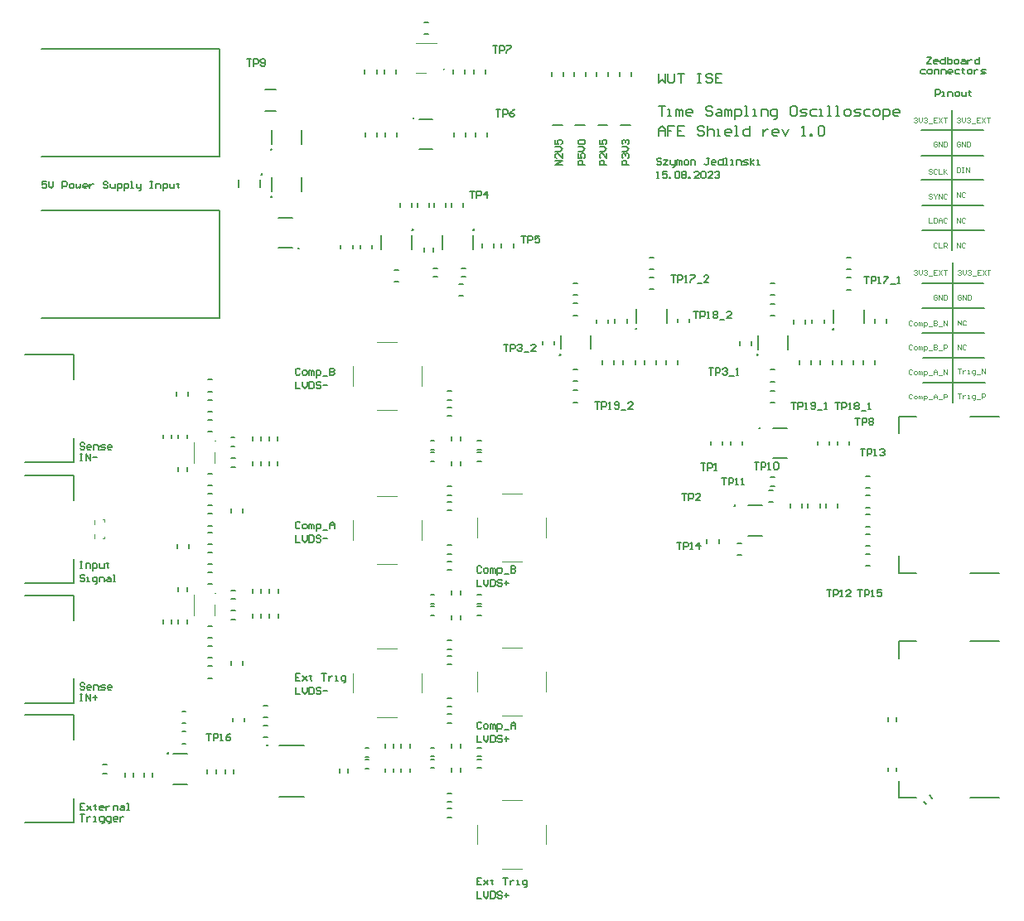
<source format=gto>
G04*
G04 #@! TF.GenerationSoftware,Altium Limited,Altium Designer,23.7.1 (13)*
G04*
G04 Layer_Color=65535*
%FSAX43Y43*%
%MOMM*%
G71*
G04*
G04 #@! TF.SameCoordinates,4B3962D1-0CE0-4DC0-8A0A-AB0838D88EC4*
G04*
G04*
G04 #@! TF.FilePolarity,Positive*
G04*
G01*
G75*
%ADD10C,0.254*%
%ADD11C,0.127*%
%ADD12C,0.200*%
%ADD13C,0.100*%
D10*
X0026061Y0019511D02*
G03*
X0026061Y0019511I-0000050J0000000D01*
G01*
X0076395Y0051922D02*
G03*
X0076395Y0051922I-0000050J0000000D01*
G01*
X0047164Y0072213D02*
G03*
X0047164Y0072213I-0000050J0000000D01*
G01*
X0040939Y0072213D02*
G03*
X0040939Y0072213I-0000050J0000000D01*
G01*
X0015912Y0018714D02*
G03*
X0015912Y0018714I-0000050J0000000D01*
G01*
X0029243Y0070286D02*
G03*
X0029243Y0070286I-0000050J0000000D01*
G01*
X0025490Y0077850D02*
G03*
X0025490Y0077850I-0000050J0000000D01*
G01*
X0026476Y0075562D02*
G03*
X0026476Y0075562I-0000050J0000000D01*
G01*
Y0080412D02*
G03*
X0026476Y0080412I-0000050J0000000D01*
G01*
X0041012Y0083589D02*
G03*
X0041012Y0083589I-0000050J0000000D01*
G01*
X0073845Y0043997D02*
G03*
X0073845Y0043997I-0000050J0000000D01*
G01*
X0076161Y0059412D02*
G03*
X0076161Y0059412I-0000050J0000000D01*
G01*
X0083911Y0062062D02*
G03*
X0083911Y0062062I-0000050J0000000D01*
G01*
X0056011Y0059437D02*
G03*
X0056011Y0059437I-0000050J0000000D01*
G01*
X0063761Y0062087D02*
G03*
X0063761Y0062087I-0000050J0000000D01*
G01*
D11*
X0044100Y0088625D02*
G03*
X0044100Y0088625I-0000050J0000000D01*
G01*
X0020759Y0050622D02*
G03*
X0020759Y0050622I-0000050J0000000D01*
G01*
X0020784Y0035032D02*
G03*
X0020784Y0035032I-0000050J0000000D01*
G01*
X0001300Y0059431D02*
X0006300D01*
Y0056931D02*
Y0059431D01*
X0001300Y0048431D02*
X0006300D01*
Y0050931D01*
X0001300Y0034820D02*
X0006300D01*
Y0032320D02*
Y0034820D01*
X0001300Y0023820D02*
X0006300D01*
Y0026320D01*
X0001300Y0047075D02*
X0006300D01*
Y0044575D02*
Y0047075D01*
X0001300Y0036075D02*
X0006300D01*
Y0038575D01*
X0001300Y0022615D02*
X0006300D01*
Y0020115D02*
Y0022615D01*
X0001300Y0011615D02*
X0006300D01*
Y0014115D01*
X0090625Y0051384D02*
Y0053134D01*
X0092375D01*
X0090625Y0037134D02*
Y0038884D01*
Y0037134D02*
X0092375D01*
X0097875D02*
X0100875D01*
X0097875Y0053134D02*
X0100875D01*
X0090625Y0028384D02*
Y0030134D01*
X0092375D01*
X0090625Y0014134D02*
Y0015884D01*
Y0014134D02*
X0092375D01*
X0097875D02*
X0100875D01*
X0097875Y0030134D02*
X0100875D01*
X0075525Y0060425D02*
Y0060825D01*
X0074325Y0060425D02*
Y0060825D01*
X0077475Y0046025D02*
X0077875D01*
X0077475Y0046925D02*
X0077875D01*
X0077300Y0045600D02*
X0077700D01*
X0077300Y0044400D02*
X0077700D01*
X0027300Y0014275D02*
X0029800D01*
X0027296Y0019479D02*
X0029796D01*
X0077750Y0051950D02*
X0079150D01*
X0077750Y0048850D02*
X0079150D01*
X0059725Y0087925D02*
Y0088325D01*
X0060925Y0087925D02*
Y0088325D01*
X0055115Y0087900D02*
Y0088300D01*
X0056315Y0087900D02*
Y0088300D01*
X0043950Y0070225D02*
Y0071625D01*
X0047050Y0070225D02*
Y0071625D01*
X0037725Y0070225D02*
Y0071625D01*
X0040825Y0070225D02*
Y0071625D01*
X0042100Y0069975D02*
Y0070375D01*
X0043000Y0069975D02*
Y0070375D01*
X0043050Y0067375D02*
X0043450D01*
X0043050Y0068275D02*
X0043450D01*
X0045900Y0067375D02*
X0046300D01*
X0045900Y0068275D02*
X0046300D01*
X0051200Y0070375D02*
Y0070775D01*
X0050000Y0070375D02*
Y0070775D01*
X0049200Y0070375D02*
Y0070775D01*
X0048000Y0070375D02*
Y0070775D01*
X0045675Y0066675D02*
X0046075D01*
X0045675Y0065475D02*
X0046075D01*
X0046100Y0074550D02*
Y0074950D01*
X0044900Y0074550D02*
Y0074950D01*
X0044325Y0074550D02*
Y0074950D01*
X0043125Y0074550D02*
Y0074950D01*
X0039075Y0066875D02*
X0039475D01*
X0039075Y0068075D02*
X0039475D01*
X0042575Y0074550D02*
Y0074950D01*
X0041375Y0074550D02*
Y0074950D01*
X0040850Y0074550D02*
Y0074950D01*
X0039650Y0074550D02*
Y0074950D01*
X0036775Y0070275D02*
Y0070675D01*
X0035575Y0070275D02*
Y0070675D01*
X0034775Y0070275D02*
Y0070675D01*
X0033575Y0070275D02*
Y0070675D01*
X0025425Y0050650D02*
Y0051050D01*
X0024525Y0050650D02*
Y0051050D01*
X0044500Y0023450D02*
X0044900D01*
X0044500Y0024350D02*
X0044900D01*
X0044500Y0021800D02*
X0044900D01*
X0044500Y0022700D02*
X0044900D01*
X0045800Y0019275D02*
Y0019675D01*
X0044900Y0019275D02*
Y0019675D01*
X0047500Y0019275D02*
X0047900D01*
X0047500Y0018375D02*
X0047900D01*
X0042740Y0019275D02*
X0043140D01*
X0042740Y0018375D02*
X0043140D01*
X0044500Y0013050D02*
X0044900D01*
X0044500Y0012150D02*
X0044900D01*
X0044500Y0014600D02*
X0044900D01*
X0044500Y0013700D02*
X0044900D01*
X0044900Y0016775D02*
Y0017175D01*
X0045800Y0016775D02*
Y0017175D01*
X0047500Y0018075D02*
X0047900D01*
X0047500Y0017175D02*
X0047900D01*
X0042740Y0018075D02*
X0043140D01*
X0042740Y0017175D02*
X0043140D01*
X0093751Y0014385D02*
X0094034Y0014103D01*
X0093115Y0013749D02*
X0093397Y0013466D01*
X0022650Y0016650D02*
Y0017050D01*
X0021750Y0016650D02*
Y0017050D01*
X0016450Y0018650D02*
X0017850D01*
X0016450Y0015550D02*
X0017850D01*
X0040650Y0019250D02*
Y0019650D01*
X0039750Y0019250D02*
Y0019650D01*
Y0016750D02*
Y0017150D01*
X0040650Y0016750D02*
Y0017150D01*
X0036050Y0019250D02*
X0036450D01*
X0036050Y0018350D02*
X0036450D01*
X0036050Y0018050D02*
X0036450D01*
X0036050Y0017150D02*
X0036450D01*
X0038100Y0019250D02*
Y0019650D01*
X0039000Y0019250D02*
Y0019650D01*
X0039000Y0016750D02*
Y0017150D01*
X0038100Y0016750D02*
Y0017150D01*
X0020850Y0016650D02*
Y0017050D01*
X0019950Y0016650D02*
Y0017050D01*
X0011500Y0016300D02*
Y0016700D01*
X0012400Y0016300D02*
Y0016700D01*
X0009250Y0016650D02*
X0009650D01*
X0009250Y0017550D02*
X0009650D01*
X0033425Y0016725D02*
Y0017125D01*
X0034325Y0016725D02*
Y0017125D01*
X0014350Y0016300D02*
Y0016700D01*
X0013450Y0016300D02*
Y0016700D01*
X0023700Y0021925D02*
Y0022325D01*
X0022500Y0021925D02*
Y0022325D01*
X0017350Y0021750D02*
X0017750D01*
X0017350Y0022950D02*
X0017750D01*
X0025650Y0021525D02*
X0026050D01*
X0025650Y0020325D02*
X0026050D01*
X0017350Y0019700D02*
X0017750D01*
X0017350Y0020900D02*
X0017750D01*
X0025650Y0023575D02*
X0026050D01*
X0025650Y0022375D02*
X0026050D01*
X0044500Y0039975D02*
X0044900D01*
X0044500Y0039075D02*
X0044900D01*
X0044500Y0037425D02*
X0044900D01*
X0044500Y0038325D02*
X0044900D01*
X0045800Y0034900D02*
Y0035300D01*
X0044900Y0034900D02*
Y0035300D01*
X0047500Y0034900D02*
X0047900D01*
X0047500Y0034000D02*
X0047900D01*
X0042740Y0034900D02*
X0043140D01*
X0042740Y0034000D02*
X0043140D01*
X0044500Y0027775D02*
X0044900D01*
X0044500Y0028675D02*
X0044900D01*
X0044500Y0030225D02*
X0044900D01*
X0044500Y0029325D02*
X0044900D01*
X0044900Y0032400D02*
Y0032800D01*
X0045800Y0032400D02*
Y0032800D01*
X0047500Y0033700D02*
X0047900D01*
X0047500Y0032800D02*
X0047900D01*
X0042740Y0033700D02*
X0043140D01*
X0042740Y0032800D02*
X0043140D01*
X0090371Y0016850D02*
Y0017250D01*
X0089471Y0016850D02*
Y0017250D01*
X0015400Y0031925D02*
Y0032325D01*
X0016300Y0031925D02*
Y0032325D01*
X0015400Y0050875D02*
Y0051275D01*
X0016300Y0050875D02*
Y0051275D01*
X0044500Y0054825D02*
X0044900D01*
X0044500Y0055725D02*
X0044900D01*
X0044500Y0053175D02*
X0044900D01*
X0044500Y0054075D02*
X0044900D01*
X0045800Y0050650D02*
Y0051050D01*
X0044900Y0050650D02*
Y0051050D01*
X0047500Y0050650D02*
X0047900D01*
X0047500Y0049750D02*
X0047900D01*
X0042740Y0050650D02*
X0043140D01*
X0042740Y0049750D02*
X0043140D01*
X0044500Y0044425D02*
X0044900D01*
X0044500Y0043525D02*
X0044900D01*
X0044500Y0045975D02*
X0044900D01*
X0044500Y0045075D02*
X0044900D01*
X0044900Y0048150D02*
Y0048550D01*
X0045800Y0048150D02*
Y0048550D01*
X0047500Y0049450D02*
X0047900D01*
X0047500Y0048550D02*
X0047900D01*
X0042740Y0049450D02*
X0043140D01*
X0042740Y0048550D02*
X0043140D01*
X0090371Y0021944D02*
Y0022344D01*
X0089471Y0021944D02*
Y0022344D01*
X0042125Y0092200D02*
X0042525D01*
X0042125Y0093400D02*
X0042525D01*
X0063252Y0087899D02*
Y0088299D01*
X0062052Y0087899D02*
Y0088299D01*
X0027205Y0073450D02*
X0028605D01*
X0027205Y0070350D02*
X0028605D01*
X0023090Y0076600D02*
Y0077300D01*
X0025290Y0076600D02*
Y0077300D01*
X0029590Y0076150D02*
Y0077550D01*
X0026490Y0076150D02*
Y0077550D01*
X0029590Y0081000D02*
Y0082400D01*
X0026490Y0081000D02*
Y0082400D01*
X0025825Y0084350D02*
X0026925D01*
X0025825Y0086550D02*
X0026925D01*
X0048350Y0088175D02*
Y0088575D01*
X0047150Y0088175D02*
Y0088575D01*
X0039225Y0088175D02*
Y0088575D01*
X0038025Y0088175D02*
Y0088575D01*
X0046350Y0081725D02*
Y0082125D01*
X0045150Y0081725D02*
Y0082125D01*
X0048550Y0081725D02*
Y0082125D01*
X0047350Y0081725D02*
Y0082125D01*
X0041550Y0083525D02*
X0042950D01*
X0041550Y0080425D02*
X0042950D01*
X0037300Y0081725D02*
Y0082125D01*
X0036100Y0081725D02*
Y0082125D01*
X0039300Y0081725D02*
Y0082125D01*
X0038100Y0081725D02*
Y0082125D01*
X0037225Y0088175D02*
Y0088575D01*
X0036025Y0088175D02*
Y0088575D01*
X0046250Y0088175D02*
Y0088575D01*
X0045050Y0088175D02*
Y0088575D01*
X0058598Y0087899D02*
Y0088299D01*
X0057398Y0087899D02*
Y0088299D01*
X0075200Y0040925D02*
X0076600D01*
X0075200Y0044025D02*
X0076600D01*
X0087225Y0037875D02*
X0087625D01*
X0087225Y0039075D02*
X0087625D01*
X0087225Y0039875D02*
X0087625D01*
X0087225Y0041075D02*
X0087625D01*
X0072200Y0040175D02*
Y0040575D01*
X0071000Y0040175D02*
Y0040575D01*
X0074100Y0038975D02*
X0074500D01*
X0074100Y0040175D02*
X0074500D01*
X0087225Y0045825D02*
X0087625D01*
X0087225Y0047025D02*
X0087625D01*
X0087225Y0043825D02*
X0087625D01*
X0087225Y0045025D02*
X0087625D01*
X0087225Y0041875D02*
X0087625D01*
X0087225Y0043075D02*
X0087625D01*
X0084375Y0043800D02*
Y0044200D01*
X0083175Y0043800D02*
Y0044200D01*
X0080725Y0043800D02*
Y0044200D01*
X0079525Y0043800D02*
Y0044200D01*
X0082525Y0043800D02*
Y0044200D01*
X0081325Y0043800D02*
Y0044200D01*
X0084350Y0050200D02*
Y0050600D01*
X0085550Y0050200D02*
Y0050600D01*
X0082300Y0050200D02*
Y0050600D01*
X0083500Y0050200D02*
Y0050600D01*
X0074600Y0050200D02*
Y0050600D01*
X0073400Y0050200D02*
Y0050600D01*
X0072550Y0050200D02*
Y0050600D01*
X0071350Y0050200D02*
Y0050600D01*
X0079275Y0060000D02*
Y0061400D01*
X0076175Y0060000D02*
Y0061400D01*
X0087025Y0062650D02*
Y0064050D01*
X0083925Y0062650D02*
Y0064050D01*
X0080425Y0058450D02*
Y0058850D01*
X0081625Y0058450D02*
Y0058850D01*
X0082592Y0058450D02*
Y0058850D01*
X0083792Y0058450D02*
Y0058850D01*
X0081750Y0062650D02*
Y0063050D01*
X0082950Y0062650D02*
Y0063050D01*
X0084758Y0058450D02*
Y0058850D01*
X0085958Y0058450D02*
Y0058850D01*
X0081050Y0062625D02*
Y0063025D01*
X0079850Y0062625D02*
Y0063025D01*
X0088125Y0058450D02*
Y0058850D01*
X0086925Y0058450D02*
Y0058850D01*
X0085275Y0068150D02*
X0085675D01*
X0085275Y0069350D02*
X0085675D01*
X0077475Y0054550D02*
X0077875D01*
X0077475Y0055750D02*
X0077875D01*
X0077475Y0065550D02*
X0077875D01*
X0077475Y0066750D02*
X0077875D01*
X0089375Y0062700D02*
Y0063100D01*
X0088175Y0062700D02*
Y0063100D01*
X0085275Y0066100D02*
X0085675D01*
X0085275Y0067300D02*
X0085675D01*
X0077475Y0056700D02*
X0077875D01*
X0077475Y0057900D02*
X0077875D01*
X0077475Y0063450D02*
X0077875D01*
X0077475Y0064650D02*
X0077875D01*
X0024525Y0048150D02*
Y0048550D01*
X0025425Y0048150D02*
Y0048550D01*
X0027125Y0050650D02*
Y0051050D01*
X0026225Y0050650D02*
Y0051050D01*
Y0048150D02*
Y0048550D01*
X0027125Y0048150D02*
Y0048550D01*
X0020025Y0041285D02*
X0020425D01*
X0020025Y0040085D02*
X0020425D01*
X0017850Y0050875D02*
Y0051275D01*
X0016950Y0050875D02*
Y0051275D01*
X0018025Y0039635D02*
Y0040035D01*
X0016825Y0039635D02*
Y0040035D01*
X0022350Y0047950D02*
X0022750D01*
X0022350Y0048850D02*
X0022750D01*
X0022325Y0050950D02*
X0022725D01*
X0022325Y0050050D02*
X0022725D01*
X0018000Y0055225D02*
Y0055625D01*
X0016800Y0055225D02*
Y0055625D01*
X0020000Y0052775D02*
X0020400D01*
X0020000Y0051575D02*
X0020400D01*
X0020000Y0054825D02*
X0020400D01*
X0020000Y0053625D02*
X0020400D01*
X0020000Y0056876D02*
X0020400D01*
X0020000Y0055676D02*
X0020400D01*
X0022350Y0043325D02*
Y0043725D01*
X0023550Y0043325D02*
Y0043725D01*
X0020000Y0046075D02*
X0020400D01*
X0020000Y0047275D02*
X0020400D01*
X0020000Y0044025D02*
X0020400D01*
X0020000Y0045225D02*
X0020400D01*
X0020000Y0041974D02*
X0020400D01*
X0020000Y0043174D02*
X0020400D01*
X0016950Y0047525D02*
Y0047925D01*
X0017850Y0047525D02*
Y0047925D01*
X0022375Y0033260D02*
X0022775D01*
X0022375Y0032360D02*
X0022775D01*
X0016975Y0031935D02*
Y0032335D01*
X0017875Y0031935D02*
Y0032335D01*
Y0035285D02*
Y0035685D01*
X0016975Y0035285D02*
Y0035685D01*
X0020025Y0030485D02*
X0020425D01*
X0020025Y0031685D02*
X0020425D01*
X0020025Y0028434D02*
X0020425D01*
X0020025Y0029634D02*
X0020425D01*
X0020025Y0026384D02*
X0020425D01*
X0020025Y0027584D02*
X0020425D01*
X0025450Y0032560D02*
Y0032960D01*
X0024550Y0032560D02*
Y0032960D01*
X0024550Y0035060D02*
Y0035460D01*
X0025450Y0035060D02*
Y0035460D01*
X0027150Y0035060D02*
Y0035460D01*
X0026250Y0035060D02*
Y0035460D01*
Y0032560D02*
Y0032960D01*
X0027150Y0032560D02*
Y0032960D01*
X0022375Y0027735D02*
Y0028135D01*
X0023575Y0027735D02*
Y0028135D01*
X0022350Y0035360D02*
X0022750D01*
X0022350Y0034460D02*
X0022750D01*
X0020025Y0037185D02*
X0020425D01*
X0020025Y0035985D02*
X0020425D01*
X0020025Y0039235D02*
X0020425D01*
X0020025Y0038035D02*
X0020425D01*
X0059125Y0060025D02*
Y0061425D01*
X0056025Y0060025D02*
Y0061425D01*
X0066875Y0062675D02*
Y0064075D01*
X0063775Y0062675D02*
Y0064075D01*
X0060275Y0058475D02*
Y0058875D01*
X0061475Y0058475D02*
Y0058875D01*
X0062442Y0058475D02*
Y0058875D01*
X0063642Y0058475D02*
Y0058875D01*
X0061600Y0062675D02*
Y0063075D01*
X0062800Y0062675D02*
Y0063075D01*
X0064608Y0058475D02*
Y0058875D01*
X0065808Y0058475D02*
Y0058875D01*
X0060900Y0062650D02*
Y0063050D01*
X0059700Y0062650D02*
Y0063050D01*
X0067975Y0058475D02*
Y0058875D01*
X0066775Y0058475D02*
Y0058875D01*
X0065125Y0068175D02*
X0065525D01*
X0065125Y0069375D02*
X0065525D01*
X0057325Y0054575D02*
X0057725D01*
X0057325Y0055775D02*
X0057725D01*
X0057325Y0065575D02*
X0057725D01*
X0057325Y0066775D02*
X0057725D01*
X0069225Y0062725D02*
Y0063125D01*
X0068025Y0062725D02*
Y0063125D01*
X0065125Y0066125D02*
X0065525D01*
X0065125Y0067325D02*
X0065525D01*
X0054175Y0060450D02*
Y0060850D01*
X0055375Y0060450D02*
Y0060850D01*
X0057325Y0056725D02*
X0057725D01*
X0057325Y0057925D02*
X0057725D01*
X0057325Y0063475D02*
X0057725D01*
X0057325Y0064675D02*
X0057725D01*
X0047944Y0021788D02*
X0047827Y0021905D01*
X0047594D01*
X0047477Y0021788D01*
Y0021321D01*
X0047594Y0021205D01*
X0047827D01*
X0047944Y0021321D01*
X0048293Y0021205D02*
X0048527D01*
X0048643Y0021321D01*
Y0021555D01*
X0048527Y0021671D01*
X0048293D01*
X0048177Y0021555D01*
Y0021321D01*
X0048293Y0021205D01*
X0048877D02*
Y0021671D01*
X0048993D01*
X0049110Y0021555D01*
Y0021205D01*
Y0021555D01*
X0049226Y0021671D01*
X0049343Y0021555D01*
Y0021205D01*
X0049576Y0020972D02*
Y0021671D01*
X0049926D01*
X0050043Y0021555D01*
Y0021321D01*
X0049926Y0021205D01*
X0049576D01*
X0050276Y0021088D02*
X0050743D01*
X0050976Y0021205D02*
Y0021671D01*
X0051209Y0021905D01*
X0051442Y0021671D01*
Y0021205D01*
Y0021555D01*
X0050976D01*
X0047477Y0020527D02*
Y0019827D01*
X0047944D01*
X0048177Y0020527D02*
Y0020060D01*
X0048410Y0019827D01*
X0048643Y0020060D01*
Y0020527D01*
X0048877D02*
Y0019827D01*
X0049226D01*
X0049343Y0019944D01*
Y0020410D01*
X0049226Y0020527D01*
X0048877D01*
X0050043Y0020410D02*
X0049926Y0020527D01*
X0049693D01*
X0049576Y0020410D01*
Y0020294D01*
X0049693Y0020177D01*
X0049926D01*
X0050043Y0020060D01*
Y0019944D01*
X0049926Y0019827D01*
X0049693D01*
X0049576Y0019944D01*
X0050276Y0020177D02*
X0050743D01*
X0050509Y0020410D02*
Y0019944D01*
X0047944Y0037730D02*
X0047827Y0037846D01*
X0047594D01*
X0047477Y0037730D01*
Y0037263D01*
X0047594Y0037147D01*
X0047827D01*
X0047944Y0037263D01*
X0048293Y0037147D02*
X0048527D01*
X0048643Y0037263D01*
Y0037497D01*
X0048527Y0037613D01*
X0048293D01*
X0048177Y0037497D01*
Y0037263D01*
X0048293Y0037147D01*
X0048877D02*
Y0037613D01*
X0048993D01*
X0049110Y0037497D01*
Y0037147D01*
Y0037497D01*
X0049226Y0037613D01*
X0049343Y0037497D01*
Y0037147D01*
X0049576Y0036913D02*
Y0037613D01*
X0049926D01*
X0050043Y0037497D01*
Y0037263D01*
X0049926Y0037147D01*
X0049576D01*
X0050276Y0037030D02*
X0050743D01*
X0050976Y0037846D02*
Y0037147D01*
X0051326D01*
X0051442Y0037263D01*
Y0037380D01*
X0051326Y0037497D01*
X0050976D01*
X0051326D01*
X0051442Y0037613D01*
Y0037730D01*
X0051326Y0037846D01*
X0050976D01*
X0047477Y0036469D02*
Y0035769D01*
X0047944D01*
X0048177Y0036469D02*
Y0036002D01*
X0048410Y0035769D01*
X0048643Y0036002D01*
Y0036469D01*
X0048877D02*
Y0035769D01*
X0049226D01*
X0049343Y0035886D01*
Y0036352D01*
X0049226Y0036469D01*
X0048877D01*
X0050043Y0036352D02*
X0049926Y0036469D01*
X0049693D01*
X0049576Y0036352D01*
Y0036235D01*
X0049693Y0036119D01*
X0049926D01*
X0050043Y0036002D01*
Y0035886D01*
X0049926Y0035769D01*
X0049693D01*
X0049576Y0035886D01*
X0050276Y0036119D02*
X0050743D01*
X0050509Y0036352D02*
Y0035886D01*
X0007393Y0025780D02*
X0007277Y0025897D01*
X0007044D01*
X0006927Y0025780D01*
Y0025663D01*
X0007044Y0025547D01*
X0007277D01*
X0007393Y0025430D01*
Y0025314D01*
X0007277Y0025197D01*
X0007044D01*
X0006927Y0025314D01*
X0007977Y0025197D02*
X0007743D01*
X0007627Y0025314D01*
Y0025547D01*
X0007743Y0025663D01*
X0007977D01*
X0008093Y0025547D01*
Y0025430D01*
X0007627D01*
X0008327Y0025197D02*
Y0025663D01*
X0008676D01*
X0008793Y0025547D01*
Y0025197D01*
X0009026D02*
X0009376D01*
X0009493Y0025314D01*
X0009376Y0025430D01*
X0009143D01*
X0009026Y0025547D01*
X0009143Y0025663D01*
X0009493D01*
X0010076Y0025197D02*
X0009843D01*
X0009726Y0025314D01*
Y0025547D01*
X0009843Y0025663D01*
X0010076D01*
X0010193Y0025547D01*
Y0025430D01*
X0009726D01*
X0006927Y0024752D02*
X0007160D01*
X0007044D01*
Y0024052D01*
X0006927D01*
X0007160D01*
X0007510D02*
Y0024752D01*
X0007977Y0024052D01*
Y0024752D01*
X0008210Y0024402D02*
X0008676D01*
X0008443Y0024636D02*
Y0024169D01*
X0007393Y0013583D02*
X0006927D01*
Y0012884D01*
X0007393D01*
X0006927Y0013234D02*
X0007160D01*
X0007627Y0013350D02*
X0008093Y0012884D01*
X0007860Y0013117D01*
X0008093Y0013350D01*
X0007627Y0012884D01*
X0008443Y0013467D02*
Y0013350D01*
X0008327D01*
X0008560D01*
X0008443D01*
Y0013000D01*
X0008560Y0012884D01*
X0009260D02*
X0009026D01*
X0008910Y0013000D01*
Y0013234D01*
X0009026Y0013350D01*
X0009260D01*
X0009376Y0013234D01*
Y0013117D01*
X0008910D01*
X0009609Y0013350D02*
Y0012884D01*
Y0013117D01*
X0009726Y0013234D01*
X0009843Y0013350D01*
X0009959D01*
X0010309Y0012884D02*
Y0013350D01*
X0010659D01*
X0010776Y0013234D01*
Y0012884D01*
X0011126Y0013350D02*
X0011359D01*
X0011476Y0013234D01*
Y0012884D01*
X0011126D01*
X0011009Y0013000D01*
X0011126Y0013117D01*
X0011476D01*
X0011709Y0012884D02*
X0011942D01*
X0011825D01*
Y0013583D01*
X0011709D01*
X0006927Y0012439D02*
X0007393D01*
X0007160D01*
Y0011739D01*
X0007627Y0012206D02*
Y0011739D01*
Y0011972D01*
X0007743Y0012089D01*
X0007860Y0012206D01*
X0007977D01*
X0008327Y0011739D02*
X0008560D01*
X0008443D01*
Y0012206D01*
X0008327D01*
X0009143Y0011506D02*
X0009260D01*
X0009376Y0011623D01*
Y0012206D01*
X0009026D01*
X0008910Y0012089D01*
Y0011856D01*
X0009026Y0011739D01*
X0009376D01*
X0009843Y0011506D02*
X0009959D01*
X0010076Y0011623D01*
Y0012206D01*
X0009726D01*
X0009609Y0012089D01*
Y0011856D01*
X0009726Y0011739D01*
X0010076D01*
X0010659D02*
X0010426D01*
X0010309Y0011856D01*
Y0012089D01*
X0010426Y0012206D01*
X0010659D01*
X0010776Y0012089D01*
Y0011972D01*
X0010309D01*
X0011009Y0012206D02*
Y0011739D01*
Y0011972D01*
X0011126Y0012089D01*
X0011242Y0012206D01*
X0011359D01*
X0029419Y0057938D02*
X0029302Y0058055D01*
X0029069D01*
X0028952Y0057938D01*
Y0057471D01*
X0029069Y0057355D01*
X0029302D01*
X0029419Y0057471D01*
X0029768Y0057355D02*
X0030002D01*
X0030118Y0057471D01*
Y0057705D01*
X0030002Y0057821D01*
X0029768D01*
X0029652Y0057705D01*
Y0057471D01*
X0029768Y0057355D01*
X0030352D02*
Y0057821D01*
X0030468D01*
X0030585Y0057705D01*
Y0057355D01*
Y0057705D01*
X0030701Y0057821D01*
X0030818Y0057705D01*
Y0057355D01*
X0031051Y0057122D02*
Y0057821D01*
X0031401D01*
X0031518Y0057705D01*
Y0057471D01*
X0031401Y0057355D01*
X0031051D01*
X0031751Y0057238D02*
X0032218D01*
X0032451Y0058055D02*
Y0057355D01*
X0032801D01*
X0032917Y0057471D01*
Y0057588D01*
X0032801Y0057705D01*
X0032451D01*
X0032801D01*
X0032917Y0057821D01*
Y0057938D01*
X0032801Y0058055D01*
X0032451D01*
X0028952Y0056677D02*
Y0055977D01*
X0029419D01*
X0029652Y0056677D02*
Y0056210D01*
X0029885Y0055977D01*
X0030118Y0056210D01*
Y0056677D01*
X0030352D02*
Y0055977D01*
X0030701D01*
X0030818Y0056094D01*
Y0056560D01*
X0030701Y0056677D01*
X0030352D01*
X0031518Y0056560D02*
X0031401Y0056677D01*
X0031168D01*
X0031051Y0056560D01*
Y0056444D01*
X0031168Y0056327D01*
X0031401D01*
X0031518Y0056210D01*
Y0056094D01*
X0031401Y0055977D01*
X0031168D01*
X0031051Y0056094D01*
X0031751Y0056327D02*
X0032218D01*
X0029419Y0026830D02*
X0028952D01*
Y0026130D01*
X0029419D01*
X0028952Y0026480D02*
X0029185D01*
X0029652Y0026596D02*
X0030118Y0026130D01*
X0029885Y0026363D01*
X0030118Y0026596D01*
X0029652Y0026130D01*
X0030468Y0026713D02*
Y0026596D01*
X0030352D01*
X0030585D01*
X0030468D01*
Y0026246D01*
X0030585Y0026130D01*
X0031634Y0026830D02*
X0032101D01*
X0031868D01*
Y0026130D01*
X0032334Y0026596D02*
Y0026130D01*
Y0026363D01*
X0032451Y0026480D01*
X0032568Y0026596D01*
X0032684D01*
X0033034Y0026130D02*
X0033267D01*
X0033151D01*
Y0026596D01*
X0033034D01*
X0033850Y0025897D02*
X0033967D01*
X0034084Y0026013D01*
Y0026596D01*
X0033734D01*
X0033617Y0026480D01*
Y0026246D01*
X0033734Y0026130D01*
X0034084D01*
X0028952Y0025452D02*
Y0024752D01*
X0029419D01*
X0029652Y0025452D02*
Y0024985D01*
X0029885Y0024752D01*
X0030118Y0024985D01*
Y0025452D01*
X0030352D02*
Y0024752D01*
X0030701D01*
X0030818Y0024869D01*
Y0025335D01*
X0030701Y0025452D01*
X0030352D01*
X0031518Y0025335D02*
X0031401Y0025452D01*
X0031168D01*
X0031051Y0025335D01*
Y0025219D01*
X0031168Y0025102D01*
X0031401D01*
X0031518Y0024985D01*
Y0024869D01*
X0031401Y0024752D01*
X0031168D01*
X0031051Y0024869D01*
X0031751Y0025102D02*
X0032218D01*
X0066319Y0079438D02*
X0066202Y0079555D01*
X0065969D01*
X0065852Y0079438D01*
Y0079321D01*
X0065969Y0079205D01*
X0066202D01*
X0066319Y0079088D01*
Y0078971D01*
X0066202Y0078855D01*
X0065969D01*
X0065852Y0078971D01*
X0066552Y0079321D02*
X0067018D01*
X0066552Y0078855D01*
X0067018D01*
X0067252Y0079321D02*
Y0078971D01*
X0067368Y0078855D01*
X0067718D01*
Y0078738D01*
X0067601Y0078622D01*
X0067485D01*
X0067718Y0078855D02*
Y0079321D01*
X0067951Y0078855D02*
Y0079321D01*
X0068068D01*
X0068185Y0079205D01*
Y0078855D01*
Y0079205D01*
X0068301Y0079321D01*
X0068418Y0079205D01*
Y0078855D01*
X0068768D02*
X0069001D01*
X0069118Y0078971D01*
Y0079205D01*
X0069001Y0079321D01*
X0068768D01*
X0068651Y0079205D01*
Y0078971D01*
X0068768Y0078855D01*
X0069351D02*
Y0079321D01*
X0069701D01*
X0069817Y0079205D01*
Y0078855D01*
X0071217Y0079555D02*
X0070984D01*
X0071100D01*
Y0078971D01*
X0070984Y0078855D01*
X0070867D01*
X0070750Y0078971D01*
X0071800Y0078855D02*
X0071567D01*
X0071450Y0078971D01*
Y0079205D01*
X0071567Y0079321D01*
X0071800D01*
X0071917Y0079205D01*
Y0079088D01*
X0071450D01*
X0072616Y0079555D02*
Y0078855D01*
X0072267D01*
X0072150Y0078971D01*
Y0079205D01*
X0072267Y0079321D01*
X0072616D01*
X0072850Y0078855D02*
X0073083D01*
X0072966D01*
Y0079555D01*
X0072850D01*
X0073433Y0078855D02*
X0073666D01*
X0073550D01*
Y0079321D01*
X0073433D01*
X0074016Y0078855D02*
Y0079321D01*
X0074366D01*
X0074483Y0079205D01*
Y0078855D01*
X0074716D02*
X0075066D01*
X0075182Y0078971D01*
X0075066Y0079088D01*
X0074832D01*
X0074716Y0079205D01*
X0074832Y0079321D01*
X0075182D01*
X0075416Y0078855D02*
Y0079555D01*
Y0079088D02*
X0075765Y0079321D01*
X0075416Y0079088D02*
X0075765Y0078855D01*
X0076115D02*
X0076349D01*
X0076232D01*
Y0079321D01*
X0076115D01*
X0065852Y0077477D02*
X0066085D01*
X0065969D01*
Y0078177D01*
X0065852Y0078060D01*
X0066902Y0078177D02*
X0066435D01*
Y0077827D01*
X0066668Y0077944D01*
X0066785D01*
X0066902Y0077827D01*
Y0077594D01*
X0066785Y0077477D01*
X0066552D01*
X0066435Y0077594D01*
X0067135Y0077477D02*
Y0077594D01*
X0067252D01*
Y0077477D01*
X0067135D01*
X0067718Y0078060D02*
X0067835Y0078177D01*
X0068068D01*
X0068185Y0078060D01*
Y0077594D01*
X0068068Y0077477D01*
X0067835D01*
X0067718Y0077594D01*
Y0078060D01*
X0068418D02*
X0068534Y0078177D01*
X0068768D01*
X0068884Y0078060D01*
Y0077944D01*
X0068768Y0077827D01*
X0068884Y0077710D01*
Y0077594D01*
X0068768Y0077477D01*
X0068534D01*
X0068418Y0077594D01*
Y0077710D01*
X0068534Y0077827D01*
X0068418Y0077944D01*
Y0078060D01*
X0068534Y0077827D02*
X0068768D01*
X0069118Y0077477D02*
Y0077594D01*
X0069234D01*
Y0077477D01*
X0069118D01*
X0070167D02*
X0069701D01*
X0070167Y0077944D01*
Y0078060D01*
X0070051Y0078177D01*
X0069817D01*
X0069701Y0078060D01*
X0070401D02*
X0070517Y0078177D01*
X0070750D01*
X0070867Y0078060D01*
Y0077594D01*
X0070750Y0077477D01*
X0070517D01*
X0070401Y0077594D01*
Y0078060D01*
X0071567Y0077477D02*
X0071100D01*
X0071567Y0077944D01*
Y0078060D01*
X0071450Y0078177D01*
X0071217D01*
X0071100Y0078060D01*
X0071800D02*
X0071917Y0078177D01*
X0072150D01*
X0072267Y0078060D01*
Y0077944D01*
X0072150Y0077827D01*
X0072033D01*
X0072150D01*
X0072267Y0077710D01*
Y0077594D01*
X0072150Y0077477D01*
X0071917D01*
X0071800Y0077594D01*
X0006927Y0038321D02*
X0007160D01*
X0007044D01*
Y0037622D01*
X0006927D01*
X0007160D01*
X0007510D02*
Y0038088D01*
X0007860D01*
X0007977Y0037972D01*
Y0037622D01*
X0008210Y0037388D02*
Y0038088D01*
X0008560D01*
X0008676Y0037972D01*
Y0037738D01*
X0008560Y0037622D01*
X0008210D01*
X0008910Y0038088D02*
Y0037738D01*
X0009026Y0037622D01*
X0009376D01*
Y0038088D01*
X0009726Y0038205D02*
Y0038088D01*
X0009609D01*
X0009843D01*
X0009726D01*
Y0037738D01*
X0009843Y0037622D01*
X0007393Y0036827D02*
X0007277Y0036944D01*
X0007044D01*
X0006927Y0036827D01*
Y0036710D01*
X0007044Y0036594D01*
X0007277D01*
X0007393Y0036477D01*
Y0036361D01*
X0007277Y0036244D01*
X0007044D01*
X0006927Y0036361D01*
X0007627Y0036244D02*
X0007860D01*
X0007743D01*
Y0036710D01*
X0007627D01*
X0008443Y0036011D02*
X0008560D01*
X0008676Y0036127D01*
Y0036710D01*
X0008327D01*
X0008210Y0036594D01*
Y0036361D01*
X0008327Y0036244D01*
X0008676D01*
X0008910D02*
Y0036710D01*
X0009260D01*
X0009376Y0036594D01*
Y0036244D01*
X0009726Y0036710D02*
X0009959D01*
X0010076Y0036594D01*
Y0036244D01*
X0009726D01*
X0009609Y0036361D01*
X0009726Y0036477D01*
X0010076D01*
X0010309Y0036244D02*
X0010542D01*
X0010426D01*
Y0036944D01*
X0010309D01*
X0003494Y0077135D02*
X0003027D01*
Y0076785D01*
X0003260Y0076902D01*
X0003377D01*
X0003494Y0076785D01*
Y0076552D01*
X0003377Y0076435D01*
X0003144D01*
X0003027Y0076552D01*
X0003727Y0077135D02*
Y0076669D01*
X0003960Y0076435D01*
X0004193Y0076669D01*
Y0077135D01*
X0005126Y0076435D02*
Y0077135D01*
X0005476D01*
X0005593Y0077018D01*
Y0076785D01*
X0005476Y0076669D01*
X0005126D01*
X0005943Y0076435D02*
X0006176D01*
X0006293Y0076552D01*
Y0076785D01*
X0006176Y0076902D01*
X0005943D01*
X0005826Y0076785D01*
Y0076552D01*
X0005943Y0076435D01*
X0006526Y0076902D02*
Y0076552D01*
X0006642Y0076435D01*
X0006759Y0076552D01*
X0006876Y0076435D01*
X0006992Y0076552D01*
Y0076902D01*
X0007576Y0076435D02*
X0007342D01*
X0007226Y0076552D01*
Y0076785D01*
X0007342Y0076902D01*
X0007576D01*
X0007692Y0076785D01*
Y0076669D01*
X0007226D01*
X0007925Y0076902D02*
Y0076435D01*
Y0076669D01*
X0008042Y0076785D01*
X0008159Y0076902D01*
X0008275D01*
X0009791Y0077018D02*
X0009675Y0077135D01*
X0009442D01*
X0009325Y0077018D01*
Y0076902D01*
X0009442Y0076785D01*
X0009675D01*
X0009791Y0076669D01*
Y0076552D01*
X0009675Y0076435D01*
X0009442D01*
X0009325Y0076552D01*
X0010025Y0076902D02*
Y0076552D01*
X0010141Y0076435D01*
X0010491D01*
Y0076902D01*
X0010725Y0076202D02*
Y0076902D01*
X0011074D01*
X0011191Y0076785D01*
Y0076552D01*
X0011074Y0076435D01*
X0010725D01*
X0011424Y0076202D02*
Y0076902D01*
X0011774D01*
X0011891Y0076785D01*
Y0076552D01*
X0011774Y0076435D01*
X0011424D01*
X0012124D02*
X0012357D01*
X0012241D01*
Y0077135D01*
X0012124D01*
X0012707Y0076902D02*
Y0076552D01*
X0012824Y0076435D01*
X0013174D01*
Y0076319D01*
X0013057Y0076202D01*
X0012940D01*
X0013174Y0076435D02*
Y0076902D01*
X0014107Y0077135D02*
X0014340D01*
X0014223D01*
Y0076435D01*
X0014107D01*
X0014340D01*
X0014690D02*
Y0076902D01*
X0015040D01*
X0015156Y0076785D01*
Y0076435D01*
X0015390Y0076202D02*
Y0076902D01*
X0015740D01*
X0015856Y0076785D01*
Y0076552D01*
X0015740Y0076435D01*
X0015390D01*
X0016089Y0076902D02*
Y0076552D01*
X0016206Y0076435D01*
X0016556D01*
Y0076902D01*
X0016906Y0077018D02*
Y0076902D01*
X0016789D01*
X0017022D01*
X0016906D01*
Y0076552D01*
X0017022Y0076435D01*
X0029419Y0042238D02*
X0029302Y0042355D01*
X0029069D01*
X0028952Y0042238D01*
Y0041771D01*
X0029069Y0041655D01*
X0029302D01*
X0029419Y0041771D01*
X0029768Y0041655D02*
X0030002D01*
X0030118Y0041771D01*
Y0042005D01*
X0030002Y0042121D01*
X0029768D01*
X0029652Y0042005D01*
Y0041771D01*
X0029768Y0041655D01*
X0030352D02*
Y0042121D01*
X0030468D01*
X0030585Y0042005D01*
Y0041655D01*
Y0042005D01*
X0030701Y0042121D01*
X0030818Y0042005D01*
Y0041655D01*
X0031051Y0041422D02*
Y0042121D01*
X0031401D01*
X0031518Y0042005D01*
Y0041771D01*
X0031401Y0041655D01*
X0031051D01*
X0031751Y0041538D02*
X0032218D01*
X0032451Y0041655D02*
Y0042121D01*
X0032684Y0042355D01*
X0032917Y0042121D01*
Y0041655D01*
Y0042005D01*
X0032451D01*
X0028952Y0040977D02*
Y0040277D01*
X0029419D01*
X0029652Y0040977D02*
Y0040510D01*
X0029885Y0040277D01*
X0030118Y0040510D01*
Y0040977D01*
X0030352D02*
Y0040277D01*
X0030701D01*
X0030818Y0040394D01*
Y0040860D01*
X0030701Y0040977D01*
X0030352D01*
X0031518Y0040860D02*
X0031401Y0040977D01*
X0031168D01*
X0031051Y0040860D01*
Y0040744D01*
X0031168Y0040627D01*
X0031401D01*
X0031518Y0040510D01*
Y0040394D01*
X0031401Y0040277D01*
X0031168D01*
X0031051Y0040394D01*
X0031751Y0040627D02*
X0032218D01*
X0093468Y0089861D02*
X0093934D01*
Y0089744D01*
X0093468Y0089278D01*
Y0089161D01*
X0093934D01*
X0094517D02*
X0094284D01*
X0094167Y0089278D01*
Y0089511D01*
X0094284Y0089628D01*
X0094517D01*
X0094634Y0089511D01*
Y0089394D01*
X0094167D01*
X0095334Y0089861D02*
Y0089161D01*
X0094984D01*
X0094867Y0089278D01*
Y0089511D01*
X0094984Y0089628D01*
X0095334D01*
X0095567Y0089861D02*
Y0089161D01*
X0095917D01*
X0096033Y0089278D01*
Y0089394D01*
Y0089511D01*
X0095917Y0089628D01*
X0095567D01*
X0096383Y0089161D02*
X0096617D01*
X0096733Y0089278D01*
Y0089511D01*
X0096617Y0089628D01*
X0096383D01*
X0096267Y0089511D01*
Y0089278D01*
X0096383Y0089161D01*
X0097083Y0089628D02*
X0097316D01*
X0097433Y0089511D01*
Y0089161D01*
X0097083D01*
X0096966Y0089278D01*
X0097083Y0089394D01*
X0097433D01*
X0097666Y0089628D02*
Y0089161D01*
Y0089394D01*
X0097783Y0089511D01*
X0097899Y0089628D01*
X0098016D01*
X0098832Y0089861D02*
Y0089161D01*
X0098483D01*
X0098366Y0089278D01*
Y0089511D01*
X0098483Y0089628D01*
X0098832D01*
X0093293Y0088600D02*
X0092943D01*
X0092826Y0088483D01*
Y0088250D01*
X0092943Y0088133D01*
X0093293D01*
X0093642D02*
X0093876D01*
X0093992Y0088250D01*
Y0088483D01*
X0093876Y0088600D01*
X0093642D01*
X0093526Y0088483D01*
Y0088250D01*
X0093642Y0088133D01*
X0094226D02*
Y0088600D01*
X0094576D01*
X0094692Y0088483D01*
Y0088133D01*
X0094925D02*
Y0088600D01*
X0095275D01*
X0095392Y0088483D01*
Y0088133D01*
X0095975D02*
X0095742D01*
X0095625Y0088250D01*
Y0088483D01*
X0095742Y0088600D01*
X0095975D01*
X0096092Y0088483D01*
Y0088367D01*
X0095625D01*
X0096791Y0088600D02*
X0096442D01*
X0096325Y0088483D01*
Y0088250D01*
X0096442Y0088133D01*
X0096791D01*
X0097141Y0088716D02*
Y0088600D01*
X0097025D01*
X0097258D01*
X0097141D01*
Y0088250D01*
X0097258Y0088133D01*
X0097725D02*
X0097958D01*
X0098074Y0088250D01*
Y0088483D01*
X0097958Y0088600D01*
X0097725D01*
X0097608Y0088483D01*
Y0088250D01*
X0097725Y0088133D01*
X0098308Y0088600D02*
Y0088133D01*
Y0088367D01*
X0098424Y0088483D01*
X0098541Y0088600D01*
X0098658D01*
X0099007Y0088133D02*
X0099357D01*
X0099474Y0088250D01*
X0099357Y0088367D01*
X0099124D01*
X0099007Y0088483D01*
X0099124Y0088600D01*
X0099474D01*
X0094342Y0085844D02*
Y0086544D01*
X0094692D01*
X0094809Y0086427D01*
Y0086194D01*
X0094692Y0086077D01*
X0094342D01*
X0095042Y0085844D02*
X0095275D01*
X0095159D01*
Y0086311D01*
X0095042D01*
X0095625Y0085844D02*
Y0086311D01*
X0095975D01*
X0096092Y0086194D01*
Y0085844D01*
X0096442D02*
X0096675D01*
X0096791Y0085961D01*
Y0086194D01*
X0096675Y0086311D01*
X0096442D01*
X0096325Y0086194D01*
Y0085961D01*
X0096442Y0085844D01*
X0097025Y0086311D02*
Y0085961D01*
X0097141Y0085844D01*
X0097491D01*
Y0086311D01*
X0097841Y0086427D02*
Y0086311D01*
X0097725D01*
X0097958D01*
X0097841D01*
Y0085961D01*
X0097958Y0085844D01*
X0047944Y0005930D02*
X0047477D01*
Y0005230D01*
X0047944D01*
X0047477Y0005580D02*
X0047710D01*
X0048177Y0005696D02*
X0048643Y0005230D01*
X0048410Y0005463D01*
X0048643Y0005696D01*
X0048177Y0005230D01*
X0048993Y0005813D02*
Y0005696D01*
X0048877D01*
X0049110D01*
X0048993D01*
Y0005346D01*
X0049110Y0005230D01*
X0050159Y0005930D02*
X0050626D01*
X0050393D01*
Y0005230D01*
X0050859Y0005696D02*
Y0005230D01*
Y0005463D01*
X0050976Y0005580D01*
X0051092Y0005696D01*
X0051209D01*
X0051559Y0005230D02*
X0051792D01*
X0051676D01*
Y0005696D01*
X0051559D01*
X0052375Y0004997D02*
X0052492D01*
X0052609Y0005113D01*
Y0005696D01*
X0052259D01*
X0052142Y0005580D01*
Y0005346D01*
X0052259Y0005230D01*
X0052609D01*
X0047477Y0004552D02*
Y0003852D01*
X0047944D01*
X0048177Y0004552D02*
Y0004085D01*
X0048410Y0003852D01*
X0048643Y0004085D01*
Y0004552D01*
X0048877D02*
Y0003852D01*
X0049226D01*
X0049343Y0003969D01*
Y0004435D01*
X0049226Y0004552D01*
X0048877D01*
X0050043Y0004435D02*
X0049926Y0004552D01*
X0049693D01*
X0049576Y0004435D01*
Y0004319D01*
X0049693Y0004202D01*
X0049926D01*
X0050043Y0004085D01*
Y0003969D01*
X0049926Y0003852D01*
X0049693D01*
X0049576Y0003969D01*
X0050276Y0004202D02*
X0050743D01*
X0050509Y0004435D02*
Y0003969D01*
X0007393Y0050330D02*
X0007277Y0050447D01*
X0007044D01*
X0006927Y0050330D01*
Y0050213D01*
X0007044Y0050097D01*
X0007277D01*
X0007393Y0049980D01*
Y0049864D01*
X0007277Y0049747D01*
X0007044D01*
X0006927Y0049864D01*
X0007977Y0049747D02*
X0007743D01*
X0007627Y0049864D01*
Y0050097D01*
X0007743Y0050213D01*
X0007977D01*
X0008093Y0050097D01*
Y0049980D01*
X0007627D01*
X0008327Y0049747D02*
Y0050213D01*
X0008676D01*
X0008793Y0050097D01*
Y0049747D01*
X0009026D02*
X0009376D01*
X0009493Y0049864D01*
X0009376Y0049980D01*
X0009143D01*
X0009026Y0050097D01*
X0009143Y0050213D01*
X0009493D01*
X0010076Y0049747D02*
X0009843D01*
X0009726Y0049864D01*
Y0050097D01*
X0009843Y0050213D01*
X0010076D01*
X0010193Y0050097D01*
Y0049980D01*
X0009726D01*
X0006927Y0049302D02*
X0007160D01*
X0007044D01*
Y0048602D01*
X0006927D01*
X0007160D01*
X0007510D02*
Y0049302D01*
X0007977Y0048602D01*
Y0049302D01*
X0008210Y0048952D02*
X0008676D01*
X0062998Y0078827D02*
X0062298D01*
Y0079177D01*
X0062415Y0079294D01*
X0062648D01*
X0062765Y0079177D01*
Y0078827D01*
X0062415Y0079527D02*
X0062298Y0079643D01*
Y0079877D01*
X0062415Y0079993D01*
X0062531D01*
X0062648Y0079877D01*
Y0079760D01*
Y0079877D01*
X0062765Y0079993D01*
X0062881D01*
X0062998Y0079877D01*
Y0079643D01*
X0062881Y0079527D01*
X0062298Y0080227D02*
X0062765D01*
X0062998Y0080460D01*
X0062765Y0080693D01*
X0062298D01*
X0062415Y0080926D02*
X0062298Y0081043D01*
Y0081276D01*
X0062415Y0081393D01*
X0062531D01*
X0062648Y0081276D01*
Y0081160D01*
Y0081276D01*
X0062765Y0081393D01*
X0062881D01*
X0062998Y0081276D01*
Y0081043D01*
X0062881Y0080926D01*
X0060723Y0078827D02*
X0060023D01*
Y0079177D01*
X0060140Y0079294D01*
X0060373D01*
X0060490Y0079177D01*
Y0078827D01*
X0060723Y0079993D02*
Y0079527D01*
X0060256Y0079993D01*
X0060140D01*
X0060023Y0079877D01*
Y0079643D01*
X0060140Y0079527D01*
X0060023Y0080227D02*
X0060490D01*
X0060723Y0080460D01*
X0060490Y0080693D01*
X0060023D01*
Y0081393D02*
Y0080926D01*
X0060373D01*
X0060256Y0081160D01*
Y0081276D01*
X0060373Y0081393D01*
X0060606D01*
X0060723Y0081276D01*
Y0081043D01*
X0060606Y0080926D01*
X0058523Y0078827D02*
X0057823D01*
Y0079177D01*
X0057940Y0079294D01*
X0058173D01*
X0058290Y0079177D01*
Y0078827D01*
X0057823Y0079993D02*
Y0079527D01*
X0058173D01*
X0058056Y0079760D01*
Y0079877D01*
X0058173Y0079993D01*
X0058406D01*
X0058523Y0079877D01*
Y0079643D01*
X0058406Y0079527D01*
X0057823Y0080227D02*
X0058290D01*
X0058523Y0080460D01*
X0058290Y0080693D01*
X0057823D01*
X0057940Y0080926D02*
X0057823Y0081043D01*
Y0081276D01*
X0057940Y0081393D01*
X0058406D01*
X0058523Y0081276D01*
Y0081043D01*
X0058406Y0080926D01*
X0057940D01*
X0056198Y0078827D02*
X0055498D01*
X0056198Y0079294D01*
X0055498D01*
X0056198Y0079993D02*
Y0079527D01*
X0055731Y0079993D01*
X0055615D01*
X0055498Y0079877D01*
Y0079643D01*
X0055615Y0079527D01*
X0055498Y0080227D02*
X0055965D01*
X0056198Y0080460D01*
X0055965Y0080693D01*
X0055498D01*
Y0081393D02*
Y0080926D01*
X0055848D01*
X0055731Y0081160D01*
Y0081276D01*
X0055848Y0081393D01*
X0056081D01*
X0056198Y0081276D01*
Y0081043D01*
X0056081Y0080926D01*
X0023967Y0089642D02*
X0024433D01*
X0024200D01*
Y0088942D01*
X0024667D02*
Y0089642D01*
X0025016D01*
X0025133Y0089526D01*
Y0089292D01*
X0025016Y0089176D01*
X0024667D01*
X0025366Y0089059D02*
X0025483Y0088942D01*
X0025716D01*
X0025833Y0089059D01*
Y0089526D01*
X0025716Y0089642D01*
X0025483D01*
X0025366Y0089526D01*
Y0089409D01*
X0025483Y0089292D01*
X0025833D01*
X0086142Y0052975D02*
X0086608D01*
X0086375D01*
Y0052275D01*
X0086842D02*
Y0052975D01*
X0087192D01*
X0087308Y0052858D01*
Y0052625D01*
X0087192Y0052508D01*
X0086842D01*
X0087542Y0052858D02*
X0087658Y0052975D01*
X0087891D01*
X0088008Y0052858D01*
Y0052742D01*
X0087891Y0052625D01*
X0088008Y0052508D01*
Y0052392D01*
X0087891Y0052275D01*
X0087658D01*
X0087542Y0052392D01*
Y0052508D01*
X0087658Y0052625D01*
X0087542Y0052742D01*
Y0052858D01*
X0087658Y0052625D02*
X0087891D01*
X0049110Y0091000D02*
X0049576D01*
X0049343D01*
Y0090300D01*
X0049810D02*
Y0091000D01*
X0050159D01*
X0050276Y0090883D01*
Y0090650D01*
X0050159Y0090533D01*
X0049810D01*
X0050509Y0091000D02*
X0050976D01*
Y0090883D01*
X0050509Y0090417D01*
Y0090300D01*
X0049436Y0084478D02*
X0049902D01*
X0049669D01*
Y0083778D01*
X0050136D02*
Y0084478D01*
X0050486D01*
X0050602Y0084361D01*
Y0084128D01*
X0050486Y0084011D01*
X0050136D01*
X0051302Y0084478D02*
X0051069Y0084361D01*
X0050835Y0084128D01*
Y0083895D01*
X0050952Y0083778D01*
X0051185D01*
X0051302Y0083895D01*
Y0084011D01*
X0051185Y0084128D01*
X0050835D01*
X0052006Y0071591D02*
X0052473D01*
X0052240D01*
Y0070891D01*
X0052706D02*
Y0071591D01*
X0053056D01*
X0053173Y0071474D01*
Y0071241D01*
X0053056Y0071125D01*
X0052706D01*
X0053872Y0071591D02*
X0053406D01*
Y0071241D01*
X0053639Y0071358D01*
X0053756D01*
X0053872Y0071241D01*
Y0071008D01*
X0053756Y0070891D01*
X0053523D01*
X0053406Y0071008D01*
X0046768Y0076161D02*
X0047235D01*
X0047002D01*
Y0075461D01*
X0047468D02*
Y0076161D01*
X0047818D01*
X0047935Y0076044D01*
Y0075811D01*
X0047818Y0075694D01*
X0047468D01*
X0048518Y0075461D02*
Y0076161D01*
X0048168Y0075811D01*
X0048634D01*
X0059551Y0054608D02*
X0060017D01*
X0059784D01*
Y0053908D01*
X0060250D02*
Y0054608D01*
X0060600D01*
X0060717Y0054492D01*
Y0054258D01*
X0060600Y0054142D01*
X0060250D01*
X0060950Y0053908D02*
X0061183D01*
X0061067D01*
Y0054608D01*
X0060950Y0054492D01*
X0061533Y0054025D02*
X0061650Y0053908D01*
X0061883D01*
X0062000Y0054025D01*
Y0054492D01*
X0061883Y0054608D01*
X0061650D01*
X0061533Y0054492D01*
Y0054375D01*
X0061650Y0054258D01*
X0062000D01*
X0062233Y0053792D02*
X0062700D01*
X0063399Y0053908D02*
X0062933D01*
X0063399Y0054375D01*
Y0054492D01*
X0063283Y0054608D01*
X0063049D01*
X0062933Y0054492D01*
X0079617Y0054583D02*
X0080084D01*
X0079851D01*
Y0053883D01*
X0080317D02*
Y0054583D01*
X0080667D01*
X0080784Y0054467D01*
Y0054233D01*
X0080667Y0054117D01*
X0080317D01*
X0081017Y0053883D02*
X0081250D01*
X0081133D01*
Y0054583D01*
X0081017Y0054467D01*
X0081600Y0054000D02*
X0081717Y0053883D01*
X0081950D01*
X0082066Y0054000D01*
Y0054467D01*
X0081950Y0054583D01*
X0081717D01*
X0081600Y0054467D01*
Y0054350D01*
X0081717Y0054233D01*
X0082066D01*
X0082300Y0053767D02*
X0082766D01*
X0082999Y0053883D02*
X0083233D01*
X0083116D01*
Y0054583D01*
X0082999Y0054467D01*
X0069626Y0063858D02*
X0070092D01*
X0069859D01*
Y0063158D01*
X0070325D02*
Y0063858D01*
X0070675D01*
X0070792Y0063742D01*
Y0063508D01*
X0070675Y0063392D01*
X0070325D01*
X0071025Y0063158D02*
X0071258D01*
X0071142D01*
Y0063858D01*
X0071025Y0063742D01*
X0071608D02*
X0071725Y0063858D01*
X0071958D01*
X0072075Y0063742D01*
Y0063625D01*
X0071958Y0063508D01*
X0072075Y0063392D01*
Y0063275D01*
X0071958Y0063158D01*
X0071725D01*
X0071608Y0063275D01*
Y0063392D01*
X0071725Y0063508D01*
X0071608Y0063625D01*
Y0063742D01*
X0071725Y0063508D02*
X0071958D01*
X0072308Y0063042D02*
X0072775D01*
X0073474Y0063158D02*
X0073008D01*
X0073474Y0063625D01*
Y0063742D01*
X0073358Y0063858D01*
X0073124D01*
X0073008Y0063742D01*
X0084092Y0054533D02*
X0084559D01*
X0084326D01*
Y0053833D01*
X0084792D02*
Y0054533D01*
X0085142D01*
X0085259Y0054417D01*
Y0054183D01*
X0085142Y0054067D01*
X0084792D01*
X0085492Y0053833D02*
X0085725D01*
X0085608D01*
Y0054533D01*
X0085492Y0054417D01*
X0086075D02*
X0086192Y0054533D01*
X0086425D01*
X0086541Y0054417D01*
Y0054300D01*
X0086425Y0054183D01*
X0086541Y0054067D01*
Y0053950D01*
X0086425Y0053833D01*
X0086192D01*
X0086075Y0053950D01*
Y0054067D01*
X0086192Y0054183D01*
X0086075Y0054300D01*
Y0054417D01*
X0086192Y0054183D02*
X0086425D01*
X0086775Y0053717D02*
X0087241D01*
X0087475Y0053833D02*
X0087708D01*
X0087591D01*
Y0054533D01*
X0087475Y0054417D01*
X0067326Y0067558D02*
X0067792D01*
X0067559D01*
Y0066858D01*
X0068025D02*
Y0067558D01*
X0068375D01*
X0068492Y0067442D01*
Y0067208D01*
X0068375Y0067092D01*
X0068025D01*
X0068725Y0066858D02*
X0068958D01*
X0068842D01*
Y0067558D01*
X0068725Y0067442D01*
X0069308Y0067558D02*
X0069775D01*
Y0067442D01*
X0069308Y0066975D01*
Y0066858D01*
X0070008Y0066742D02*
X0070475D01*
X0071174Y0066858D02*
X0070708D01*
X0071174Y0067325D01*
Y0067442D01*
X0071058Y0067558D01*
X0070825D01*
X0070708Y0067442D01*
X0087092Y0067433D02*
X0087559D01*
X0087326D01*
Y0066733D01*
X0087792D02*
Y0067433D01*
X0088142D01*
X0088259Y0067317D01*
Y0067083D01*
X0088142Y0066967D01*
X0087792D01*
X0088492Y0066733D02*
X0088725D01*
X0088608D01*
Y0067433D01*
X0088492Y0067317D01*
X0089075Y0067433D02*
X0089541D01*
Y0067317D01*
X0089075Y0066850D01*
Y0066733D01*
X0089775Y0066617D02*
X0090241D01*
X0090475Y0066733D02*
X0090708D01*
X0090591D01*
Y0067433D01*
X0090475Y0067317D01*
X0019850Y0020700D02*
X0020317D01*
X0020084D01*
Y0020000D01*
X0020550D02*
Y0020700D01*
X0020900D01*
X0021017Y0020583D01*
Y0020350D01*
X0020900Y0020233D01*
X0020550D01*
X0021250Y0020000D02*
X0021483D01*
X0021367D01*
Y0020700D01*
X0021250Y0020583D01*
X0022300Y0020700D02*
X0022066Y0020583D01*
X0021833Y0020350D01*
Y0020117D01*
X0021950Y0020000D01*
X0022183D01*
X0022300Y0020117D01*
Y0020233D01*
X0022183Y0020350D01*
X0021833D01*
X0086400Y0035400D02*
X0086867D01*
X0086634D01*
Y0034700D01*
X0087100D02*
Y0035400D01*
X0087450D01*
X0087567Y0035283D01*
Y0035050D01*
X0087450Y0034933D01*
X0087100D01*
X0087800Y0034700D02*
X0088033D01*
X0087917D01*
Y0035400D01*
X0087800Y0035283D01*
X0088850Y0035400D02*
X0088383D01*
Y0035050D01*
X0088616Y0035167D01*
X0088733D01*
X0088850Y0035050D01*
Y0034817D01*
X0088733Y0034700D01*
X0088500D01*
X0088383Y0034817D01*
X0067900Y0040250D02*
X0068367D01*
X0068134D01*
Y0039550D01*
X0068600D02*
Y0040250D01*
X0068950D01*
X0069067Y0040133D01*
Y0039900D01*
X0068950Y0039783D01*
X0068600D01*
X0069300Y0039550D02*
X0069533D01*
X0069417D01*
Y0040250D01*
X0069300Y0040133D01*
X0070233Y0039550D02*
Y0040250D01*
X0069883Y0039900D01*
X0070350D01*
X0086675Y0049800D02*
X0087142D01*
X0086909D01*
Y0049100D01*
X0087375D02*
Y0049800D01*
X0087725D01*
X0087842Y0049683D01*
Y0049450D01*
X0087725Y0049333D01*
X0087375D01*
X0088075Y0049100D02*
X0088308D01*
X0088192D01*
Y0049800D01*
X0088075Y0049683D01*
X0088658D02*
X0088775Y0049800D01*
X0089008D01*
X0089125Y0049683D01*
Y0049567D01*
X0089008Y0049450D01*
X0088891D01*
X0089008D01*
X0089125Y0049333D01*
Y0049217D01*
X0089008Y0049100D01*
X0088775D01*
X0088658Y0049217D01*
X0083225Y0035400D02*
X0083692D01*
X0083459D01*
Y0034700D01*
X0083925D02*
Y0035400D01*
X0084275D01*
X0084392Y0035283D01*
Y0035050D01*
X0084275Y0034933D01*
X0083925D01*
X0084625Y0034700D02*
X0084858D01*
X0084742D01*
Y0035400D01*
X0084625Y0035283D01*
X0085675Y0034700D02*
X0085208D01*
X0085675Y0035167D01*
Y0035283D01*
X0085558Y0035400D01*
X0085325D01*
X0085208Y0035283D01*
X0072517Y0046825D02*
X0072984D01*
X0072750D01*
Y0046125D01*
X0073217D02*
Y0046825D01*
X0073567D01*
X0073683Y0046708D01*
Y0046475D01*
X0073567Y0046358D01*
X0073217D01*
X0073917Y0046125D02*
X0074150D01*
X0074033D01*
Y0046825D01*
X0073917Y0046708D01*
X0074500Y0046125D02*
X0074733D01*
X0074616D01*
Y0046825D01*
X0074500Y0046708D01*
X0075839Y0048427D02*
X0076306D01*
X0076073D01*
Y0047727D01*
X0076539D02*
Y0048427D01*
X0076889D01*
X0077006Y0048310D01*
Y0048077D01*
X0076889Y0047960D01*
X0076539D01*
X0077239Y0047727D02*
X0077472D01*
X0077356D01*
Y0048427D01*
X0077239Y0048310D01*
X0077822D02*
X0077939Y0048427D01*
X0078172D01*
X0078289Y0048310D01*
Y0047843D01*
X0078172Y0047727D01*
X0077939D01*
X0077822Y0047843D01*
Y0048310D01*
X0050217Y0060508D02*
X0050684D01*
X0050450D01*
Y0059808D01*
X0050917D02*
Y0060508D01*
X0051267D01*
X0051383Y0060392D01*
Y0060158D01*
X0051267Y0060042D01*
X0050917D01*
X0051617Y0060392D02*
X0051733Y0060508D01*
X0051967D01*
X0052083Y0060392D01*
Y0060275D01*
X0051967Y0060158D01*
X0051850D01*
X0051967D01*
X0052083Y0060042D01*
Y0059925D01*
X0051967Y0059808D01*
X0051733D01*
X0051617Y0059925D01*
X0052317Y0059692D02*
X0052783D01*
X0053483Y0059808D02*
X0053016D01*
X0053483Y0060275D01*
Y0060392D01*
X0053366Y0060508D01*
X0053133D01*
X0053016Y0060392D01*
X0071184Y0058083D02*
X0071650D01*
X0071417D01*
Y0057383D01*
X0071884D02*
Y0058083D01*
X0072233D01*
X0072350Y0057967D01*
Y0057733D01*
X0072233Y0057617D01*
X0071884D01*
X0072583Y0057967D02*
X0072700Y0058083D01*
X0072933D01*
X0073050Y0057967D01*
Y0057850D01*
X0072933Y0057733D01*
X0072817D01*
X0072933D01*
X0073050Y0057617D01*
Y0057500D01*
X0072933Y0057383D01*
X0072700D01*
X0072583Y0057500D01*
X0073283Y0057267D02*
X0073750D01*
X0073983Y0057383D02*
X0074216D01*
X0074100D01*
Y0058083D01*
X0073983Y0057967D01*
X0068442Y0045225D02*
X0068908D01*
X0068675D01*
Y0044525D01*
X0069142D02*
Y0045225D01*
X0069492D01*
X0069608Y0045108D01*
Y0044875D01*
X0069492Y0044758D01*
X0069142D01*
X0070308Y0044525D02*
X0069842D01*
X0070308Y0044992D01*
Y0045108D01*
X0070191Y0045225D01*
X0069958D01*
X0069842Y0045108D01*
X0070359Y0048325D02*
X0070825D01*
X0070592D01*
Y0047625D01*
X0071058D02*
Y0048325D01*
X0071408D01*
X0071525Y0048208D01*
Y0047975D01*
X0071408Y0047858D01*
X0071058D01*
X0071758Y0047625D02*
X0071991D01*
X0071875D01*
Y0048325D01*
X0071758Y0048208D01*
D12*
X0092905Y0082364D02*
X0099205D01*
X0092918Y0079814D02*
X0099218D01*
X0092930Y0077289D02*
X0099230D01*
X0092980Y0074739D02*
X0099280D01*
X0093005Y0072164D02*
X0099305D01*
X0096005Y0070147D02*
Y0084439D01*
X0096075Y0054523D02*
Y0068815D01*
X0093075Y0056540D02*
X0099375D01*
X0093050Y0059115D02*
X0099350D01*
X0093000Y0061665D02*
X0099300D01*
X0092987Y0064190D02*
X0099287D01*
X0092975Y0066740D02*
X0099275D01*
X0062158Y0082899D02*
X0063158D01*
X0057508D02*
X0058508D01*
X0059833D02*
X0060833D01*
X0055219Y0082874D02*
X0056219D01*
X0021200Y0079675D02*
Y0090675D01*
X0003000D02*
X0021200D01*
X0003000Y0079675D02*
X0021200D01*
Y0063225D02*
Y0074225D01*
X0003000D02*
X0021200D01*
X0003000Y0063225D02*
X0021200D01*
X0066025Y0088197D02*
Y0087197D01*
X0066358Y0087530D01*
X0066691Y0087197D01*
Y0088197D01*
X0067025D02*
Y0087364D01*
X0067191Y0087197D01*
X0067525D01*
X0067691Y0087364D01*
Y0088197D01*
X0068024D02*
X0068691D01*
X0068358D01*
Y0087197D01*
X0070024Y0088197D02*
X0070357D01*
X0070190D01*
Y0087197D01*
X0070024D01*
X0070357D01*
X0071523Y0088030D02*
X0071357Y0088197D01*
X0071023D01*
X0070857Y0088030D01*
Y0087864D01*
X0071023Y0087697D01*
X0071357D01*
X0071523Y0087530D01*
Y0087364D01*
X0071357Y0087197D01*
X0071023D01*
X0070857Y0087364D01*
X0072523Y0088197D02*
X0071856D01*
Y0087197D01*
X0072523D01*
X0071856Y0087697D02*
X0072190D01*
X0066025Y0084838D02*
X0066691D01*
X0066358D01*
Y0083838D01*
X0067025D02*
X0067358D01*
X0067191D01*
Y0084504D01*
X0067025D01*
X0067858Y0083838D02*
Y0084504D01*
X0068024D01*
X0068191Y0084338D01*
Y0083838D01*
Y0084338D01*
X0068358Y0084504D01*
X0068524Y0084338D01*
Y0083838D01*
X0069357D02*
X0069024D01*
X0068857Y0084004D01*
Y0084338D01*
X0069024Y0084504D01*
X0069357D01*
X0069524Y0084338D01*
Y0084171D01*
X0068857D01*
X0071523Y0084671D02*
X0071357Y0084838D01*
X0071023D01*
X0070857Y0084671D01*
Y0084504D01*
X0071023Y0084338D01*
X0071357D01*
X0071523Y0084171D01*
Y0084004D01*
X0071357Y0083838D01*
X0071023D01*
X0070857Y0084004D01*
X0072023Y0084504D02*
X0072356D01*
X0072523Y0084338D01*
Y0083838D01*
X0072023D01*
X0071856Y0084004D01*
X0072023Y0084171D01*
X0072523D01*
X0072856Y0083838D02*
Y0084504D01*
X0073023D01*
X0073189Y0084338D01*
Y0083838D01*
Y0084338D01*
X0073356Y0084504D01*
X0073523Y0084338D01*
Y0083838D01*
X0073856Y0083505D02*
Y0084504D01*
X0074356D01*
X0074522Y0084338D01*
Y0084004D01*
X0074356Y0083838D01*
X0073856D01*
X0074855D02*
X0075189D01*
X0075022D01*
Y0084838D01*
X0074855D01*
X0075689Y0083838D02*
X0076022D01*
X0075855D01*
Y0084504D01*
X0075689D01*
X0076522Y0083838D02*
Y0084504D01*
X0077021D01*
X0077188Y0084338D01*
Y0083838D01*
X0077855Y0083505D02*
X0078021D01*
X0078188Y0083671D01*
Y0084504D01*
X0077688D01*
X0077521Y0084338D01*
Y0084004D01*
X0077688Y0083838D01*
X0078188D01*
X0080020Y0084838D02*
X0079687D01*
X0079521Y0084671D01*
Y0084004D01*
X0079687Y0083838D01*
X0080020D01*
X0080187Y0084004D01*
Y0084671D01*
X0080020Y0084838D01*
X0080520Y0083838D02*
X0081020D01*
X0081187Y0084004D01*
X0081020Y0084171D01*
X0080687D01*
X0080520Y0084338D01*
X0080687Y0084504D01*
X0081187D01*
X0082186D02*
X0081687D01*
X0081520Y0084338D01*
Y0084004D01*
X0081687Y0083838D01*
X0082186D01*
X0082520D02*
X0082853D01*
X0082686D01*
Y0084504D01*
X0082520D01*
X0083353Y0083838D02*
X0083686D01*
X0083519D01*
Y0084838D01*
X0083353D01*
X0084186Y0083838D02*
X0084519D01*
X0084352D01*
Y0084838D01*
X0084186D01*
X0085185Y0083838D02*
X0085519D01*
X0085685Y0084004D01*
Y0084338D01*
X0085519Y0084504D01*
X0085185D01*
X0085019Y0084338D01*
Y0084004D01*
X0085185Y0083838D01*
X0086019D02*
X0086518D01*
X0086685Y0084004D01*
X0086518Y0084171D01*
X0086185D01*
X0086019Y0084338D01*
X0086185Y0084504D01*
X0086685D01*
X0087685D02*
X0087185D01*
X0087018Y0084338D01*
Y0084004D01*
X0087185Y0083838D01*
X0087685D01*
X0088185D02*
X0088518D01*
X0088684Y0084004D01*
Y0084338D01*
X0088518Y0084504D01*
X0088185D01*
X0088018Y0084338D01*
Y0084004D01*
X0088185Y0083838D01*
X0089018Y0083505D02*
Y0084504D01*
X0089517D01*
X0089684Y0084338D01*
Y0084004D01*
X0089517Y0083838D01*
X0089018D01*
X0090517D02*
X0090184D01*
X0090017Y0084004D01*
Y0084338D01*
X0090184Y0084504D01*
X0090517D01*
X0090684Y0084338D01*
Y0084171D01*
X0090017D01*
X0066025Y0081825D02*
Y0082491D01*
X0066358Y0082825D01*
X0066691Y0082491D01*
Y0081825D01*
Y0082325D01*
X0066025D01*
X0067691Y0082825D02*
X0067025D01*
Y0082325D01*
X0067358D01*
X0067025D01*
Y0081825D01*
X0068691Y0082825D02*
X0068024D01*
Y0081825D01*
X0068691D01*
X0068024Y0082325D02*
X0068358D01*
X0070690Y0082658D02*
X0070524Y0082825D01*
X0070190D01*
X0070024Y0082658D01*
Y0082491D01*
X0070190Y0082325D01*
X0070524D01*
X0070690Y0082158D01*
Y0081992D01*
X0070524Y0081825D01*
X0070190D01*
X0070024Y0081992D01*
X0071023Y0082825D02*
Y0081825D01*
Y0082325D01*
X0071190Y0082491D01*
X0071523D01*
X0071690Y0082325D01*
Y0081825D01*
X0072023D02*
X0072356D01*
X0072190D01*
Y0082491D01*
X0072023D01*
X0073356Y0081825D02*
X0073023D01*
X0072856Y0081992D01*
Y0082325D01*
X0073023Y0082491D01*
X0073356D01*
X0073523Y0082325D01*
Y0082158D01*
X0072856D01*
X0073856Y0081825D02*
X0074189D01*
X0074022D01*
Y0082825D01*
X0073856D01*
X0075355D02*
Y0081825D01*
X0074855D01*
X0074689Y0081992D01*
Y0082325D01*
X0074855Y0082491D01*
X0075355D01*
X0076688D02*
Y0081825D01*
Y0082158D01*
X0076855Y0082325D01*
X0077021Y0082491D01*
X0077188D01*
X0078188Y0081825D02*
X0077855D01*
X0077688Y0081992D01*
Y0082325D01*
X0077855Y0082491D01*
X0078188D01*
X0078354Y0082325D01*
Y0082158D01*
X0077688D01*
X0078688Y0082491D02*
X0079021Y0081825D01*
X0079354Y0082491D01*
X0080687Y0081825D02*
X0081020D01*
X0080854D01*
Y0082825D01*
X0080687Y0082658D01*
X0081520Y0081825D02*
Y0081992D01*
X0081687D01*
Y0081825D01*
X0081520D01*
X0082353Y0082658D02*
X0082520Y0082825D01*
X0082853D01*
X0083020Y0082658D01*
Y0081992D01*
X0082853Y0081825D01*
X0082520D01*
X0082353Y0081992D01*
Y0082658D01*
D13*
X0037300Y0029390D02*
X0039300D01*
X0037300D02*
X0039300D01*
X0037300Y0022390D02*
X0039300D01*
X0037300D02*
X0039300D01*
X0034800Y0024890D02*
Y0026890D01*
Y0024890D02*
Y0026890D01*
X0041800Y0024890D02*
Y0026890D01*
Y0024890D02*
Y0026890D01*
X0050050Y0013900D02*
X0052050D01*
X0050050D02*
X0052050D01*
X0050050Y0006900D02*
X0052050D01*
X0050050D02*
X0052050D01*
X0047550Y0009400D02*
Y0011400D01*
Y0009400D02*
Y0011400D01*
X0054550Y0009400D02*
Y0011400D01*
Y0009400D02*
Y0011400D01*
X0037300Y0045015D02*
X0039300D01*
X0037300D02*
X0039300D01*
X0037300Y0038015D02*
X0039300D01*
X0037300D02*
X0039300D01*
X0034800Y0040515D02*
Y0042515D01*
Y0040515D02*
Y0042515D01*
X0041800Y0040515D02*
Y0042515D01*
Y0040515D02*
Y0042515D01*
X0050050Y0029525D02*
X0052050D01*
X0050050D02*
X0052050D01*
X0050050Y0022525D02*
X0052050D01*
X0050050D02*
X0052050D01*
X0047550Y0025025D02*
Y0027025D01*
Y0025025D02*
Y0027025D01*
X0054550Y0025025D02*
Y0027025D01*
Y0025025D02*
Y0027025D01*
X0008400Y0042100D02*
Y0042525D01*
Y0040675D02*
Y0041100D01*
X0009425Y0040625D02*
Y0040822D01*
X0009225Y0040625D02*
X0009425D01*
Y0042378D02*
Y0042575D01*
X0009225D02*
X0009425D01*
X0037300Y0060765D02*
X0039300D01*
X0037300D02*
X0039300D01*
X0037300Y0053765D02*
X0039300D01*
X0037300D02*
X0039300D01*
X0034800Y0056265D02*
Y0058265D01*
Y0056265D02*
Y0058265D01*
X0041800Y0056265D02*
Y0058265D01*
Y0056265D02*
Y0058265D01*
X0050050Y0045275D02*
X0052050D01*
X0050050D02*
X0052050D01*
X0050050Y0038275D02*
X0052050D01*
X0050050D02*
X0052050D01*
X0047550Y0040775D02*
Y0042775D01*
Y0040775D02*
Y0042775D01*
X0054550Y0040775D02*
Y0042775D01*
Y0040775D02*
Y0042775D01*
X0041250Y0091325D02*
X0043350D01*
X0041250Y0088225D02*
X0042300D01*
X0018570Y0048387D02*
Y0050487D01*
X0020670Y0048387D02*
Y0049437D01*
X0018595Y0032797D02*
Y0034897D01*
X0020695Y0032797D02*
Y0033847D01*
X0093650Y0073414D02*
Y0072914D01*
X0093983D01*
X0094150Y0073414D02*
Y0072914D01*
X0094400D01*
X0094483Y0072997D01*
Y0073330D01*
X0094400Y0073414D01*
X0094150D01*
X0094650Y0072914D02*
Y0073247D01*
X0094816Y0073414D01*
X0094983Y0073247D01*
Y0072914D01*
Y0073164D01*
X0094650D01*
X0095483Y0073330D02*
X0095400Y0073414D01*
X0095233D01*
X0095150Y0073330D01*
Y0072997D01*
X0095233Y0072914D01*
X0095400D01*
X0095483Y0072997D01*
X0094483Y0070805D02*
X0094400Y0070889D01*
X0094233D01*
X0094150Y0070805D01*
Y0070472D01*
X0094233Y0070389D01*
X0094400D01*
X0094483Y0070472D01*
X0094650Y0070889D02*
Y0070389D01*
X0094983D01*
X0095150D02*
Y0070889D01*
X0095400D01*
X0095483Y0070805D01*
Y0070639D01*
X0095400Y0070555D01*
X0095150D01*
X0095316D02*
X0095483Y0070389D01*
X0096556Y0083614D02*
X0096640Y0083697D01*
X0096806D01*
X0096890Y0083614D01*
Y0083530D01*
X0096806Y0083447D01*
X0096723D01*
X0096806D01*
X0096890Y0083364D01*
Y0083280D01*
X0096806Y0083197D01*
X0096640D01*
X0096556Y0083280D01*
X0097056Y0083697D02*
Y0083364D01*
X0097223Y0083197D01*
X0097389Y0083364D01*
Y0083697D01*
X0097556Y0083614D02*
X0097639Y0083697D01*
X0097806D01*
X0097889Y0083614D01*
Y0083530D01*
X0097806Y0083447D01*
X0097723D01*
X0097806D01*
X0097889Y0083364D01*
Y0083280D01*
X0097806Y0083197D01*
X0097639D01*
X0097556Y0083280D01*
X0098056Y0083114D02*
X0098389D01*
X0098889Y0083697D02*
X0098556D01*
Y0083197D01*
X0098889D01*
X0098556Y0083447D02*
X0098722D01*
X0099055Y0083697D02*
X0099389Y0083197D01*
Y0083697D02*
X0099055Y0083197D01*
X0099555Y0083697D02*
X0099889D01*
X0099722D01*
Y0083197D01*
X0096890Y0081105D02*
X0096806Y0081189D01*
X0096640D01*
X0096556Y0081105D01*
Y0080772D01*
X0096640Y0080689D01*
X0096806D01*
X0096890Y0080772D01*
Y0080939D01*
X0096723D01*
X0097056Y0080689D02*
Y0081189D01*
X0097389Y0080689D01*
Y0081189D01*
X0097556D02*
Y0080689D01*
X0097806D01*
X0097889Y0080772D01*
Y0081105D01*
X0097806Y0081189D01*
X0097556D01*
X0096556Y0078589D02*
Y0078089D01*
X0096806D01*
X0096890Y0078172D01*
Y0078505D01*
X0096806Y0078589D01*
X0096556D01*
X0097056D02*
X0097223D01*
X0097139D01*
Y0078089D01*
X0097056D01*
X0097223D01*
X0097473D02*
Y0078589D01*
X0097806Y0078089D01*
Y0078589D01*
X0096556Y0075564D02*
Y0076064D01*
X0096890Y0075564D01*
Y0076064D01*
X0097389Y0075980D02*
X0097306Y0076064D01*
X0097139D01*
X0097056Y0075980D01*
Y0075647D01*
X0097139Y0075564D01*
X0097306D01*
X0097389Y0075647D01*
X0094483Y0081105D02*
X0094400Y0081189D01*
X0094233D01*
X0094150Y0081105D01*
Y0080772D01*
X0094233Y0080689D01*
X0094400D01*
X0094483Y0080772D01*
Y0080939D01*
X0094317D01*
X0094650Y0080689D02*
Y0081189D01*
X0094983Y0080689D01*
Y0081189D01*
X0095150D02*
Y0080689D01*
X0095400D01*
X0095483Y0080772D01*
Y0081105D01*
X0095400Y0081189D01*
X0095150D01*
X0096556Y0072939D02*
Y0073439D01*
X0096890Y0072939D01*
Y0073439D01*
X0097389Y0073355D02*
X0097306Y0073439D01*
X0097139D01*
X0097056Y0073355D01*
Y0073022D01*
X0097139Y0072939D01*
X0097306D01*
X0097389Y0073022D01*
X0096556Y0070414D02*
Y0070914D01*
X0096890Y0070414D01*
Y0070914D01*
X0097389Y0070830D02*
X0097306Y0070914D01*
X0097139D01*
X0097056Y0070830D01*
Y0070497D01*
X0097139Y0070414D01*
X0097306D01*
X0097389Y0070497D01*
X0093983Y0078330D02*
X0093900Y0078414D01*
X0093733D01*
X0093650Y0078330D01*
Y0078247D01*
X0093733Y0078164D01*
X0093900D01*
X0093983Y0078080D01*
Y0077997D01*
X0093900Y0077914D01*
X0093733D01*
X0093650Y0077997D01*
X0094483Y0078330D02*
X0094400Y0078414D01*
X0094233D01*
X0094150Y0078330D01*
Y0077997D01*
X0094233Y0077914D01*
X0094400D01*
X0094483Y0077997D01*
X0094650Y0078414D02*
Y0077914D01*
X0094983D01*
X0095150Y0078414D02*
Y0077914D01*
Y0078080D01*
X0095483Y0078414D01*
X0095233Y0078164D01*
X0095483Y0077914D01*
X0093983Y0075805D02*
X0093900Y0075889D01*
X0093733D01*
X0093650Y0075805D01*
Y0075722D01*
X0093733Y0075639D01*
X0093900D01*
X0093983Y0075555D01*
Y0075472D01*
X0093900Y0075389D01*
X0093733D01*
X0093650Y0075472D01*
X0094150Y0075889D02*
Y0075805D01*
X0094317Y0075639D01*
X0094483Y0075805D01*
Y0075889D01*
X0094317Y0075639D02*
Y0075389D01*
X0094650D02*
Y0075889D01*
X0094983Y0075389D01*
Y0075889D01*
X0095483Y0075805D02*
X0095400Y0075889D01*
X0095233D01*
X0095150Y0075805D01*
Y0075472D01*
X0095233Y0075389D01*
X0095400D01*
X0095483Y0075472D01*
X0092151Y0083614D02*
X0092234Y0083697D01*
X0092401D01*
X0092484Y0083614D01*
Y0083530D01*
X0092401Y0083447D01*
X0092317D01*
X0092401D01*
X0092484Y0083364D01*
Y0083280D01*
X0092401Y0083197D01*
X0092234D01*
X0092151Y0083280D01*
X0092650Y0083697D02*
Y0083364D01*
X0092817Y0083197D01*
X0092984Y0083364D01*
Y0083697D01*
X0093150Y0083614D02*
X0093234Y0083697D01*
X0093400D01*
X0093484Y0083614D01*
Y0083530D01*
X0093400Y0083447D01*
X0093317D01*
X0093400D01*
X0093484Y0083364D01*
Y0083280D01*
X0093400Y0083197D01*
X0093234D01*
X0093150Y0083280D01*
X0093650Y0083114D02*
X0093983D01*
X0094483Y0083697D02*
X0094150D01*
Y0083197D01*
X0094483D01*
X0094150Y0083447D02*
X0094317D01*
X0094650Y0083697D02*
X0094983Y0083197D01*
Y0083697D02*
X0094650Y0083197D01*
X0095150Y0083697D02*
X0095483D01*
X0095316D01*
Y0083197D01*
X0092151Y0067990D02*
X0092234Y0068073D01*
X0092401D01*
X0092484Y0067990D01*
Y0067907D01*
X0092401Y0067823D01*
X0092317D01*
X0092401D01*
X0092484Y0067740D01*
Y0067657D01*
X0092401Y0067573D01*
X0092234D01*
X0092151Y0067657D01*
X0092650Y0068073D02*
Y0067740D01*
X0092817Y0067573D01*
X0092984Y0067740D01*
Y0068073D01*
X0093150Y0067990D02*
X0093234Y0068073D01*
X0093400D01*
X0093484Y0067990D01*
Y0067907D01*
X0093400Y0067823D01*
X0093317D01*
X0093400D01*
X0093484Y0067740D01*
Y0067657D01*
X0093400Y0067573D01*
X0093234D01*
X0093150Y0067657D01*
X0093650Y0067490D02*
X0093983D01*
X0094483Y0068073D02*
X0094150D01*
Y0067573D01*
X0094483D01*
X0094150Y0067823D02*
X0094317D01*
X0094650Y0068073D02*
X0094983Y0067573D01*
Y0068073D02*
X0094650Y0067573D01*
X0095150Y0068073D02*
X0095483D01*
X0095316D01*
Y0067573D01*
X0091984Y0060348D02*
X0091901Y0060432D01*
X0091734D01*
X0091651Y0060348D01*
Y0060015D01*
X0091734Y0059932D01*
X0091901D01*
X0091984Y0060015D01*
X0092234Y0059932D02*
X0092401D01*
X0092484Y0060015D01*
Y0060182D01*
X0092401Y0060265D01*
X0092234D01*
X0092151Y0060182D01*
Y0060015D01*
X0092234Y0059932D01*
X0092650D02*
Y0060265D01*
X0092734D01*
X0092817Y0060182D01*
Y0059932D01*
Y0060182D01*
X0092900Y0060265D01*
X0092984Y0060182D01*
Y0059932D01*
X0093150Y0059765D02*
Y0060265D01*
X0093400D01*
X0093484Y0060182D01*
Y0060015D01*
X0093400Y0059932D01*
X0093150D01*
X0093650Y0059848D02*
X0093983D01*
X0094150Y0060432D02*
Y0059932D01*
X0094400D01*
X0094483Y0060015D01*
Y0060098D01*
X0094400Y0060182D01*
X0094150D01*
X0094400D01*
X0094483Y0060265D01*
Y0060348D01*
X0094400Y0060432D01*
X0094150D01*
X0094650Y0059848D02*
X0094983D01*
X0095150Y0059932D02*
Y0060432D01*
X0095400D01*
X0095483Y0060348D01*
Y0060182D01*
X0095400Y0060098D01*
X0095150D01*
X0091984Y0062873D02*
X0091901Y0062957D01*
X0091734D01*
X0091651Y0062873D01*
Y0062540D01*
X0091734Y0062457D01*
X0091901D01*
X0091984Y0062540D01*
X0092234Y0062457D02*
X0092401D01*
X0092484Y0062540D01*
Y0062707D01*
X0092401Y0062790D01*
X0092234D01*
X0092151Y0062707D01*
Y0062540D01*
X0092234Y0062457D01*
X0092650D02*
Y0062790D01*
X0092734D01*
X0092817Y0062707D01*
Y0062457D01*
Y0062707D01*
X0092900Y0062790D01*
X0092984Y0062707D01*
Y0062457D01*
X0093150Y0062290D02*
Y0062790D01*
X0093400D01*
X0093484Y0062707D01*
Y0062540D01*
X0093400Y0062457D01*
X0093150D01*
X0093650Y0062373D02*
X0093983D01*
X0094150Y0062957D02*
Y0062457D01*
X0094400D01*
X0094483Y0062540D01*
Y0062623D01*
X0094400Y0062707D01*
X0094150D01*
X0094400D01*
X0094483Y0062790D01*
Y0062873D01*
X0094400Y0062957D01*
X0094150D01*
X0094650Y0062373D02*
X0094983D01*
X0095150Y0062457D02*
Y0062957D01*
X0095483Y0062457D01*
Y0062957D01*
X0096626Y0055457D02*
X0096959D01*
X0096792D01*
Y0054957D01*
X0097126Y0055290D02*
Y0054957D01*
Y0055123D01*
X0097209Y0055207D01*
X0097292Y0055290D01*
X0097375D01*
X0097625Y0054957D02*
X0097792D01*
X0097709D01*
Y0055290D01*
X0097625D01*
X0098209Y0054790D02*
X0098292D01*
X0098375Y0054873D01*
Y0055290D01*
X0098125D01*
X0098042Y0055207D01*
Y0055040D01*
X0098125Y0054957D01*
X0098375D01*
X0098542Y0054873D02*
X0098875D01*
X0099042Y0054957D02*
Y0055457D01*
X0099291D01*
X0099375Y0055373D01*
Y0055207D01*
X0099291Y0055123D01*
X0099042D01*
X0096626Y0057982D02*
X0096959D01*
X0096792D01*
Y0057482D01*
X0097126Y0057815D02*
Y0057482D01*
Y0057648D01*
X0097209Y0057732D01*
X0097292Y0057815D01*
X0097375D01*
X0097625Y0057482D02*
X0097792D01*
X0097709D01*
Y0057815D01*
X0097625D01*
X0098209Y0057315D02*
X0098292D01*
X0098375Y0057398D01*
Y0057815D01*
X0098125D01*
X0098042Y0057732D01*
Y0057565D01*
X0098125Y0057482D01*
X0098375D01*
X0098542Y0057398D02*
X0098875D01*
X0099042Y0057482D02*
Y0057982D01*
X0099375Y0057482D01*
Y0057982D01*
X0094483Y0065442D02*
X0094400Y0065525D01*
X0094233D01*
X0094150Y0065442D01*
Y0065108D01*
X0094233Y0065025D01*
X0094400D01*
X0094483Y0065108D01*
Y0065275D01*
X0094317D01*
X0094650Y0065025D02*
Y0065525D01*
X0094983Y0065025D01*
Y0065525D01*
X0095150D02*
Y0065025D01*
X0095400D01*
X0095483Y0065108D01*
Y0065442D01*
X0095400Y0065525D01*
X0095150D01*
X0096626Y0059940D02*
Y0060440D01*
X0096959Y0059940D01*
Y0060440D01*
X0097459Y0060357D02*
X0097375Y0060440D01*
X0097209D01*
X0097126Y0060357D01*
Y0060023D01*
X0097209Y0059940D01*
X0097375D01*
X0097459Y0060023D01*
X0096626Y0062465D02*
Y0062965D01*
X0096959Y0062465D01*
Y0062965D01*
X0097459Y0062882D02*
X0097375Y0062965D01*
X0097209D01*
X0097126Y0062882D01*
Y0062548D01*
X0097209Y0062465D01*
X0097375D01*
X0097459Y0062548D01*
X0096959Y0065482D02*
X0096876Y0065565D01*
X0096709D01*
X0096626Y0065482D01*
Y0065148D01*
X0096709Y0065065D01*
X0096876D01*
X0096959Y0065148D01*
Y0065315D01*
X0096792D01*
X0097126Y0065065D02*
Y0065565D01*
X0097459Y0065065D01*
Y0065565D01*
X0097625D02*
Y0065065D01*
X0097875D01*
X0097959Y0065148D01*
Y0065482D01*
X0097875Y0065565D01*
X0097625D01*
X0096626Y0067990D02*
X0096709Y0068073D01*
X0096876D01*
X0096959Y0067990D01*
Y0067907D01*
X0096876Y0067823D01*
X0096792D01*
X0096876D01*
X0096959Y0067740D01*
Y0067657D01*
X0096876Y0067573D01*
X0096709D01*
X0096626Y0067657D01*
X0097126Y0068073D02*
Y0067740D01*
X0097292Y0067573D01*
X0097459Y0067740D01*
Y0068073D01*
X0097625Y0067990D02*
X0097709Y0068073D01*
X0097875D01*
X0097959Y0067990D01*
Y0067907D01*
X0097875Y0067823D01*
X0097792D01*
X0097875D01*
X0097959Y0067740D01*
Y0067657D01*
X0097875Y0067573D01*
X0097709D01*
X0097625Y0067657D01*
X0098125Y0067490D02*
X0098458D01*
X0098958Y0068073D02*
X0098625D01*
Y0067573D01*
X0098958D01*
X0098625Y0067823D02*
X0098792D01*
X0099125Y0068073D02*
X0099458Y0067573D01*
Y0068073D02*
X0099125Y0067573D01*
X0099625Y0068073D02*
X0099958D01*
X0099791D01*
Y0067573D01*
X0091984Y0055348D02*
X0091901Y0055432D01*
X0091734D01*
X0091651Y0055348D01*
Y0055015D01*
X0091734Y0054932D01*
X0091901D01*
X0091984Y0055015D01*
X0092234Y0054932D02*
X0092401D01*
X0092484Y0055015D01*
Y0055182D01*
X0092401Y0055265D01*
X0092234D01*
X0092151Y0055182D01*
Y0055015D01*
X0092234Y0054932D01*
X0092650D02*
Y0055265D01*
X0092734D01*
X0092817Y0055182D01*
Y0054932D01*
Y0055182D01*
X0092900Y0055265D01*
X0092984Y0055182D01*
Y0054932D01*
X0093150Y0054765D02*
Y0055265D01*
X0093400D01*
X0093484Y0055182D01*
Y0055015D01*
X0093400Y0054932D01*
X0093150D01*
X0093650Y0054848D02*
X0093983D01*
X0094150Y0054932D02*
Y0055265D01*
X0094317Y0055432D01*
X0094483Y0055265D01*
Y0054932D01*
Y0055182D01*
X0094150D01*
X0094650Y0054848D02*
X0094983D01*
X0095150Y0054932D02*
Y0055432D01*
X0095400D01*
X0095483Y0055348D01*
Y0055182D01*
X0095400Y0055098D01*
X0095150D01*
X0091984Y0057873D02*
X0091901Y0057957D01*
X0091734D01*
X0091651Y0057873D01*
Y0057540D01*
X0091734Y0057457D01*
X0091901D01*
X0091984Y0057540D01*
X0092234Y0057457D02*
X0092401D01*
X0092484Y0057540D01*
Y0057707D01*
X0092401Y0057790D01*
X0092234D01*
X0092151Y0057707D01*
Y0057540D01*
X0092234Y0057457D01*
X0092650D02*
Y0057790D01*
X0092734D01*
X0092817Y0057707D01*
Y0057457D01*
Y0057707D01*
X0092900Y0057790D01*
X0092984Y0057707D01*
Y0057457D01*
X0093150Y0057290D02*
Y0057790D01*
X0093400D01*
X0093484Y0057707D01*
Y0057540D01*
X0093400Y0057457D01*
X0093150D01*
X0093650Y0057373D02*
X0093983D01*
X0094150Y0057457D02*
Y0057790D01*
X0094317Y0057957D01*
X0094483Y0057790D01*
Y0057457D01*
Y0057707D01*
X0094150D01*
X0094650Y0057373D02*
X0094983D01*
X0095150Y0057457D02*
Y0057957D01*
X0095483Y0057457D01*
Y0057957D01*
M02*

</source>
